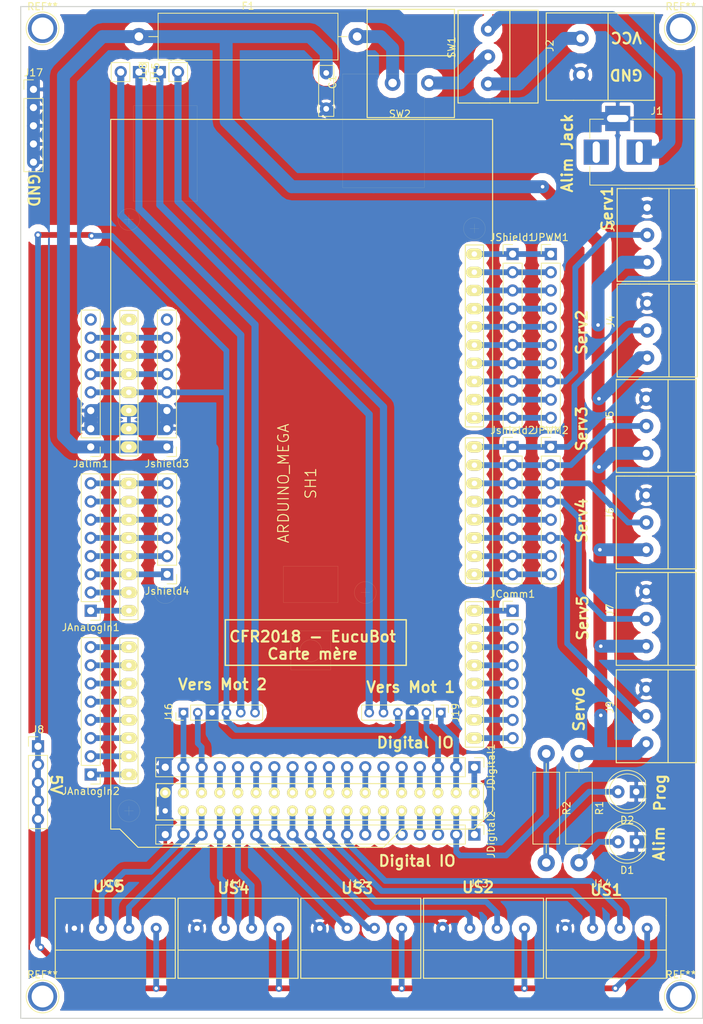
<source format=kicad_pcb>
(kicad_pcb (version 4) (host pcbnew 4.0.7)
  (layers (0 F.Cu signal) (31 B.Cu signal) (34 B.Paste user) (35 F.Paste user) (36 B.SilkS user) (37 F.SilkS user) (38 B.Mask user) (39 F.Mask user) (44 Edge.Cuts user))
  (net 0 "")
  (net 1 /GND)
  (net 2 "Net-(D1-Pad2)")
  (net 3 "Net-(J2-Pad2)")
  (net 4 "Net-(JAnalogIn1-Pad1)")
  (net 5 "Net-(JAnalogIn1-Pad2)")
  (net 6 "Net-(JAnalogIn1-Pad3)")
  (net 7 "Net-(JAnalogIn1-Pad4)")
  (net 8 "Net-(JAnalogIn1-Pad5)")
  (net 9 "Net-(JAnalogIn1-Pad6)")
  (net 10 "Net-(JAnalogIn1-Pad7)")
  (net 11 "Net-(JAnalogIn1-Pad8)")
  (net 12 "Net-(JAnalogIn2-Pad1)")
  (net 13 "Net-(JAnalogIn2-Pad2)")
  (net 14 "Net-(JAnalogIn2-Pad3)")
  (net 15 "Net-(JAnalogIn2-Pad4)")
  (net 16 "Net-(JAnalogIn2-Pad5)")
  (net 17 "Net-(JAnalogIn2-Pad6)")
  (net 18 "Net-(JAnalogIn2-Pad7)")
  (net 19 "Net-(JAnalogIn2-Pad8)")
  (net 20 "Net-(JComm1-Pad1)")
  (net 21 "Net-(JComm1-Pad2)")
  (net 22 "Net-(JComm1-Pad3)")
  (net 23 "Net-(JComm1-Pad4)")
  (net 24 "Net-(JComm1-Pad5)")
  (net 25 "Net-(JComm1-Pad6)")
  (net 26 "Net-(JComm1-Pad7)")
  (net 27 "Net-(JComm1-Pad8)")
  (net 28 /5V2)
  (net 29 /22)
  (net 30 /24)
  (net 31 /26)
  (net 32 /28)
  (net 33 /30)
  (net 34 /32)
  (net 35 /34)
  (net 36 /36)
  (net 37 "Net-(JDigital2-Pad1)")
  (net 38 /39)
  (net 39 /41)
  (net 40 /43)
  (net 41 /45)
  (net 42 /47)
  (net 43 /49)
  (net 44 /51)
  (net 45 /53)
  (net 46 "Net-(JPWM1-Pad1)")
  (net 47 "Net-(JPWM1-Pad2)")
  (net 48 "Net-(JPWM1-Pad3)")
  (net 49 "Net-(JPWM1-Pad4)")
  (net 50 "Net-(JPWM1-Pad5)")
  (net 51 "Net-(JPWM1-Pad6)")
  (net 52 "Net-(JPWM1-Pad7)")
  (net 53 "Net-(JPWM2-Pad5)")
  (net 54 "Net-(JPWM2-Pad7)")
  (net 55 "Net-(JPWM2-Pad8)")
  (net 56 /6V)
  (net 57 "Net-(F1-Pad2)")
  (net 58 /P1)
  (net 59 /P2)
  (net 60 /P3)
  (net 61 /P4)
  (net 62 /P5)
  (net 63 /P6)
  (net 64 /52)
  (net 65 /50)
  (net 66 /5V)
  (net 67 /48)
  (net 68 /46)
  (net 69 /44)
  (net 70 /42)
  (net 71 /40)
  (net 72 /38)
  (net 73 "Net-(Jalim1-Pad5)")
  (net 74 "Net-(Jalim1-Pad6)")
  (net 75 "Net-(Jalim1-Pad7)")
  (net 76 /23)
  (net 77 /25)
  (net 78 /27)
  (net 79 /29)
  (net 80 /31)
  (net 81 /33)
  (net 82 /35)
  (net 83 /37)
  (net 84 "Net-(JPWM1-Pad9)")
  (net 85 "Net-(JPWM1-Pad10)")
  (net 86 "Net-(J15-Pad1)")
  (net 87 "Net-(J15-Pad2)")
  (net 88 "Net-(J18-Pad1)")
  (net 89 "Net-(J18-Pad2)")
  (net 90 "Net-(J1-Pad2)")
  (net 91 "Net-(SW1-Pad2)")
  (net 92 "Net-(J1-Pad1)")
  (net 93 "Net-(Jalim1-Pad8)")
  (net 94 "Net-(Jshield3-Pad8)")
  (net 95 "Net-(SH1-PadNC)")
  (net 96 "Net-(D2-Pad2)")
  (module SHIELD_ARDUINO:ARDUINO_MEGA_2560_R3_CONTOUR_ELL (layer F.Cu) (at 81.407 95.504 270)
    (fp_text reference SH1 (at 0 -1.27 270) (layer F.SilkS) (effects (font (size 1.5 1.5))))
    (fp_text value ARDUINO_MEGA (at 0 2.54 270) (layer F.SilkS) (effects (font (size 1.5 1.5))))
    (pad NC thru_hole oval (at -22.86 24.1427 270) (size 1.5748 2.286) (drill 0.762) (layers *.Cu *.Mask F.SilkS) (net 95 "Net-(SH1-PadNC)"))
    (pad IREF thru_hole oval (at -20.32 24.1427 270) (size 1.5748 2.286) (drill 0.762) (layers *.Cu *.Mask F.SilkS) (net 75 "Net-(Jalim1-Pad7)"))
    (pad RST thru_hole oval (at -17.78 24.1427 270) (size 1.5748 2.286) (drill 0.762) (layers *.Cu *.Mask F.SilkS) (net 74 "Net-(Jalim1-Pad6)"))
    (pad 3V3 thru_hole oval (at -15.24 24.1427 270) (size 1.5748 2.286) (drill 0.762) (layers *.Cu *.Mask F.SilkS) (net 73 "Net-(Jalim1-Pad5)"))
    (pad 5V/1 thru_hole oval (at -12.7 24.1427 270) (size 1.5748 2.286) (drill 0.762) (layers *.Cu *.Mask F.SilkS) (net 66 /5V))
    (pad GND1 thru_hole oval (at -10.16 24.1427 270) (size 1.5748 2.286) (drill 0.762) (layers *.Cu *.Mask F.SilkS) (net 1 /GND))
    (pad GND2 thru_hole oval (at -7.62 24.1427 270) (size 1.5748 2.286) (drill 0.762) (layers *.Cu *.Mask F.SilkS) (net 1 /GND))
    (pad VIN thru_hole oval (at -5.08 24.1427 270) (size 1.5748 2.286) (drill 0.762) (layers *.Cu *.Mask F.SilkS) (net 56 /6V))
    (pad A0 thru_hole oval (at 0 24.1427 270) (size 1.5748 2.286) (drill 0.762) (layers *.Cu *.Mask F.SilkS) (net 11 "Net-(JAnalogIn1-Pad8)"))
    (pad GND4 thru_hole circle (at 43.18 19.0627 270) (size 1.524 1.524) (drill 0.762) (layers *.Cu *.Mask F.SilkS) (net 1 /GND))
    (pad GND5 thru_hole circle (at 45.72 19.0627 270) (size 1.524 1.524) (drill 0.762) (layers *.Cu *.Mask) (net 1 /GND))
    (pad 50 thru_hole circle (at 43.18 13.9827 270) (size 1.524 1.524) (drill 0.762) (layers *.Cu *.Mask F.SilkS) (net 65 /50))
    (pad 51 thru_hole circle (at 45.72 13.9827 270) (size 1.524 1.524) (drill 0.762) (layers *.Cu *.Mask F.SilkS) (net 44 /51))
    (pad 52 thru_hole circle (at 43.18 16.5227 270) (size 1.524 1.524) (drill 0.762) (layers *.Cu *.Mask F.SilkS) (net 64 /52))
    (pad 53 thru_hole circle (at 45.72 16.5227 270) (size 1.524 1.524) (drill 0.762) (layers *.Cu *.Mask F.SilkS) (net 45 /53))
    (pad 22 thru_hole circle (at 43.18 -21.5773 270) (size 1.524 1.524) (drill 0.762) (layers *.Cu *.Mask F.SilkS) (net 29 /22))
    (pad 23 thru_hole circle (at 45.72 -21.5773 270) (size 1.524 1.524) (drill 0.762) (layers *.Cu *.Mask F.SilkS) (net 76 /23))
    (pad 24 thru_hole circle (at 43.18 -19.0373 270) (size 1.524 1.524) (drill 0.762) (layers *.Cu *.Mask F.SilkS) (net 30 /24))
    (pad 25 thru_hole circle (at 45.72 -19.0373 270) (size 1.524 1.524) (drill 0.762) (layers *.Cu *.Mask F.SilkS) (net 77 /25))
    (pad 26 thru_hole circle (at 43.18 -16.4973 270) (size 1.524 1.524) (drill 0.762) (layers *.Cu *.Mask F.SilkS) (net 31 /26))
    (pad 27 thru_hole circle (at 45.72 -16.4973 270) (size 1.524 1.524) (drill 0.762) (layers *.Cu *.Mask F.SilkS) (net 78 /27))
    (pad 28 thru_hole circle (at 43.18 -13.9573 270) (size 1.524 1.524) (drill 0.762) (layers *.Cu *.Mask F.SilkS) (net 32 /28))
    (pad 29 thru_hole circle (at 45.72 -13.9573 270) (size 1.524 1.524) (drill 0.762) (layers *.Cu *.Mask F.SilkS) (net 79 /29))
    (pad 30 thru_hole circle (at 43.18 -11.4173 270) (size 1.524 1.524) (drill 0.762) (layers *.Cu *.Mask F.SilkS) (net 33 /30))
    (pad 31 thru_hole circle (at 45.72 -11.4173 270) (size 1.524 1.524) (drill 0.762) (layers *.Cu *.Mask F.SilkS) (net 80 /31))
    (pad 32 thru_hole circle (at 43.18 -8.8773 270) (size 1.524 1.524) (drill 0.762) (layers *.Cu *.Mask F.SilkS) (net 34 /32))
    (pad 33 thru_hole circle (at 45.72 -8.8773 270) (size 1.524 1.524) (drill 0.762) (layers *.Cu *.Mask F.SilkS) (net 81 /33))
    (pad 34 thru_hole circle (at 43.18 -6.3373 270) (size 1.524 1.524) (drill 0.762) (layers *.Cu *.Mask F.SilkS) (net 35 /34))
    (pad 35 thru_hole circle (at 45.72 -6.3373 270) (size 1.524 1.524) (drill 0.762) (layers *.Cu *.Mask F.SilkS) (net 82 /35))
    (pad 36 thru_hole circle (at 43.18 -3.7973 270) (size 1.524 1.524) (drill 0.762) (layers *.Cu *.Mask F.SilkS) (net 36 /36))
    (pad 37 thru_hole circle (at 45.72 -3.7973 270) (size 1.524 1.524) (drill 0.762) (layers *.Cu *.Mask F.SilkS) (net 83 /37))
    (pad 38 thru_hole circle (at 43.18 -1.2573 270) (size 1.524 1.524) (drill 0.762) (layers *.Cu *.Mask F.SilkS) (net 72 /38))
    (pad 39 thru_hole circle (at 45.72 -1.2573 270) (size 1.524 1.524) (drill 0.762) (layers *.Cu *.Mask F.SilkS) (net 38 /39))
    (pad 40 thru_hole circle (at 43.18 1.2827 270) (size 1.524 1.524) (drill 0.762) (layers *.Cu *.Mask F.SilkS) (net 71 /40))
    (pad 41 thru_hole circle (at 45.72 1.2827 270) (size 1.524 1.524) (drill 0.762) (layers *.Cu *.Mask F.SilkS) (net 39 /41))
    (pad 42 thru_hole circle (at 43.18 3.8227 270) (size 1.524 1.524) (drill 0.762) (layers *.Cu *.Mask F.SilkS) (net 70 /42))
    (pad 43 thru_hole circle (at 45.72 3.8227 270) (size 1.524 1.524) (drill 0.762) (layers *.Cu *.Mask F.SilkS) (net 40 /43))
    (pad 44 thru_hole circle (at 43.18 6.3627 270) (size 1.524 1.524) (drill 0.762) (layers *.Cu *.Mask F.SilkS) (net 69 /44))
    (pad 45 thru_hole circle (at 45.72 6.3627 270) (size 1.524 1.524) (drill 0.762) (layers *.Cu *.Mask F.SilkS) (net 41 /45))
    (pad 46 thru_hole circle (at 43.18 8.9027 270) (size 1.524 1.524) (drill 0.762) (layers *.Cu *.Mask F.SilkS) (net 68 /46))
    (pad 47 thru_hole circle (at 45.72 8.9027 270) (size 1.524 1.524) (drill 0.762) (layers *.Cu *.Mask F.SilkS) (net 42 /47))
    (pad 48 thru_hole circle (at 43.18 11.4427 270) (size 1.524 1.524) (drill 0.762) (layers *.Cu *.Mask F.SilkS) (net 67 /48))
    (pad 49 thru_hole circle (at 45.72 11.4427 270) (size 1.524 1.524) (drill 0.762) (layers *.Cu *.Mask F.SilkS) (net 43 /49))
    (pad 5V/2 thru_hole circle (at 43.18 -24.1173 270) (size 1.524 1.524) (drill 0.762) (layers *.Cu *.Mask F.SilkS) (net 28 /5V2))
    (pad 5V/3 thru_hole circle (at 45.72 -24.1173 270) (size 1.524 1.524) (drill 0.762) (layers *.Cu *.Mask F.SilkS) (net 37 "Net-(JDigital2-Pad1)"))
    (pad 21/1 thru_hole oval (at 35.56 -24.1173 270) (size 1.5748 2.286) (drill 0.762) (layers *.Cu *.Mask F.SilkS) (net 27 "Net-(JComm1-Pad8)"))
    (pad 20/1 thru_hole oval (at 33.02 -24.1173 270) (size 1.5748 2.286) (drill 0.762) (layers *.Cu *.Mask F.SilkS) (net 26 "Net-(JComm1-Pad7)"))
    (pad 0 thru_hole oval (at 12.7 -24.1173 270) (size 1.5748 2.286) (drill 0.762) (layers *.Cu *.Mask F.SilkS) (net 55 "Net-(JPWM2-Pad8)"))
    (pad GND3 thru_hole oval (at -24.384 -24.1173 270) (size 1.5748 2.286) (drill 0.762) (layers *.Cu *.Mask F.SilkS) (net 49 "Net-(JPWM1-Pad4)"))
    (pad AREF thru_hole oval (at -26.924 -24.1173 270) (size 1.5748 2.286) (drill 0.762) (layers *.Cu *.Mask F.SilkS) (net 48 "Net-(JPWM1-Pad3)"))
    (pad 20/2 thru_hole oval (at -29.464 -24.1173 270) (size 1.5748 2.286) (drill 0.762) (layers *.Cu *.Mask F.SilkS) (net 47 "Net-(JPWM1-Pad2)"))
    (pad 21/2 thru_hole oval (at -32.004 -24.1173 270) (size 1.5748 2.286) (drill 0.762) (layers *.Cu *.Mask F.SilkS) (net 46 "Net-(JPWM1-Pad1)"))
    (pad A1 thru_hole oval (at 2.54 24.13 270) (size 1.5748 2.286) (drill 0.762) (layers *.Cu *.Mask F.SilkS) (net 10 "Net-(JAnalogIn1-Pad7)"))
    (pad A2 thru_hole oval (at 5.08 24.13 270) (size 1.5748 2.286) (drill 0.762) (layers *.Cu *.Mask F.SilkS) (net 9 "Net-(JAnalogIn1-Pad6)"))
    (pad A3 thru_hole oval (at 7.62 24.13 270) (size 1.5748 2.286) (drill 0.762) (layers *.Cu *.Mask F.SilkS) (net 8 "Net-(JAnalogIn1-Pad5)"))
    (pad A4 thru_hole oval (at 10.16 24.13 270) (size 1.5748 2.286) (drill 0.762) (layers *.Cu *.Mask F.SilkS) (net 7 "Net-(JAnalogIn1-Pad4)"))
    (pad A5 thru_hole oval (at 12.7 24.13 270) (size 1.5748 2.286) (drill 0.762) (layers *.Cu *.Mask F.SilkS) (net 6 "Net-(JAnalogIn1-Pad3)"))
    (pad A6 thru_hole oval (at 15.24 24.13 270) (size 1.5748 2.286) (drill 0.762) (layers *.Cu *.Mask F.SilkS) (net 5 "Net-(JAnalogIn1-Pad2)"))
    (pad A7 thru_hole oval (at 17.78 24.13 270) (size 1.5748 2.286) (drill 0.762) (layers *.Cu *.Mask F.SilkS) (net 4 "Net-(JAnalogIn1-Pad1)"))
    (pad A8 thru_hole oval (at 22.86 24.13 270) (size 1.5748 2.286) (drill 0.762) (layers *.Cu *.Mask F.SilkS) (net 19 "Net-(JAnalogIn2-Pad8)"))
    (pad A9 thru_hole oval (at 25.4 24.13 270) (size 1.5748 2.286) (drill 0.762) (layers *.Cu *.Mask F.SilkS) (net 18 "Net-(JAnalogIn2-Pad7)"))
    (pad A10 thru_hole oval (at 27.94 24.13 270) (size 1.5748 2.286) (drill 0.762) (layers *.Cu *.Mask F.SilkS) (net 17 "Net-(JAnalogIn2-Pad6)"))
    (pad A11 thru_hole oval (at 30.48 24.13 270) (size 1.5748 2.286) (drill 0.762) (layers *.Cu *.Mask F.SilkS) (net 16 "Net-(JAnalogIn2-Pad5)"))
    (pad A12 thru_hole oval (at 33.02 24.13 270) (size 1.5748 2.286) (drill 0.762) (layers *.Cu *.Mask F.SilkS) (net 15 "Net-(JAnalogIn2-Pad4)"))
    (pad A13 thru_hole oval (at 35.56 24.13 270) (size 1.5748 2.286) (drill 0.762) (layers *.Cu *.Mask F.SilkS) (net 14 "Net-(JAnalogIn2-Pad3)"))
    (pad A14 thru_hole oval (at 38.1 24.13 270) (size 1.5748 2.286) (drill 0.762) (layers *.Cu *.Mask F.SilkS) (net 13 "Net-(JAnalogIn2-Pad2)"))
    (pad A15 thru_hole oval (at 40.64 24.13 270) (size 1.5748 2.286) (drill 0.762) (layers *.Cu *.Mask F.SilkS) (net 12 "Net-(JAnalogIn2-Pad1)"))
    (pad 1 thru_hole oval (at 10.16 -24.13 270) (size 1.5748 2.286) (drill 0.762) (layers *.Cu *.Mask F.SilkS) (net 54 "Net-(JPWM2-Pad7)"))
    (pad 2 thru_hole oval (at 7.62 -24.13 270) (size 1.5748 2.286) (drill 0.762) (layers *.Cu *.Mask F.SilkS) (net 63 /P6))
    (pad 3 thru_hole oval (at 5.08 -24.13 270) (size 1.5748 2.286) (drill 0.762) (layers *.Cu *.Mask F.SilkS) (net 53 "Net-(JPWM2-Pad5)"))
    (pad 4 thru_hole oval (at 2.54 -24.13 270) (size 1.5748 2.286) (drill 0.762) (layers *.Cu *.Mask F.SilkS) (net 62 /P5))
    (pad 5 thru_hole oval (at 0 -24.13 270) (size 1.5748 2.286) (drill 0.762) (layers *.Cu *.Mask F.SilkS) (net 61 /P4))
    (pad 6 thru_hole oval (at -2.54 -24.13 270) (size 1.5748 2.286) (drill 0.762) (layers *.Cu *.Mask F.SilkS) (net 60 /P3))
    (pad 7 thru_hole oval (at -5.08 -24.13 270) (size 1.5748 2.286) (drill 0.762) (layers *.Cu *.Mask F.SilkS) (net 59 /P2))
    (pad 8 thru_hole oval (at -9.144 -24.13 270) (size 1.5748 2.286) (drill 0.762) (layers *.Cu *.Mask F.SilkS) (net 85 "Net-(JPWM1-Pad10)"))
    (pad 9 thru_hole oval (at -11.684 -24.13 270) (size 1.5748 2.286) (drill 0.762) (layers *.Cu *.Mask F.SilkS) (net 84 "Net-(JPWM1-Pad9)"))
    (pad 10 thru_hole oval (at -14.224 -24.13 270) (size 1.5748 2.286) (drill 0.762) (layers *.Cu *.Mask F.SilkS) (net 58 /P1))
    (pad 11 thru_hole oval (at -16.764 -24.13 270) (size 1.5748 2.286) (drill 0.762) (layers *.Cu *.Mask F.SilkS) (net 52 "Net-(JPWM1-Pad7)"))
    (pad 12 thru_hole oval (at -19.304 -24.13 270) (size 1.5748 2.286) (drill 0.762) (layers *.Cu *.Mask F.SilkS) (net 51 "Net-(JPWM1-Pad6)"))
    (pad 13 thru_hole oval (at -21.844 -24.13 270) (size 1.5748 2.286) (drill 0.762) (layers *.Cu *.Mask F.SilkS) (net 50 "Net-(JPWM1-Pad5)"))
    (pad 14 thru_hole oval (at 17.78 -24.13 270) (size 1.5748 2.286) (drill 0.762) (layers *.Cu *.Mask F.SilkS) (net 20 "Net-(JComm1-Pad1)"))
    (pad 15 thru_hole oval (at 20.32 -24.13 270) (size 1.5748 2.286) (drill 0.762) (layers *.Cu *.Mask F.SilkS) (net 21 "Net-(JComm1-Pad2)"))
    (pad 16 thru_hole oval (at 22.86 -24.13 270) (size 1.5748 2.286) (drill 0.762) (layers *.Cu *.Mask F.SilkS) (net 22 "Net-(JComm1-Pad3)"))
    (pad 17 thru_hole oval (at 25.4 -24.13 270) (size 1.5748 2.286) (drill 0.762) (layers *.Cu *.Mask F.SilkS) (net 23 "Net-(JComm1-Pad4)"))
    (pad 18 thru_hole oval (at 27.94 -24.13 270) (size 1.5748 2.286) (drill 0.762) (layers *.Cu *.Mask F.SilkS) (net 24 "Net-(JComm1-Pad5)"))
    (pad 19 thru_hole oval (at 30.48 -24.13 270) (size 1.5748 2.286) (drill 0.762) (layers *.Cu *.Mask F.SilkS) (net 25 "Net-(JComm1-Pad6)"))
  )
  (module Pin_Headers:Pin_Header_Straight_1x05_Pitch2.54mm (layer F.Cu) (at 44.577 132.207)
    (fp_text reference J8 (at 0 -2.33) (layer F.SilkS))
    (fp_text value Conn_01x05)
    (pad 1 thru_hole rect (at 0 0) (size 1.7 1.7) (drill 1) (layers *.Cu *.Mask) (net 66 /5V))
    (pad 2 thru_hole oval (at 0 2.54) (size 1.7 1.7) (drill 1) (layers *.Cu *.Mask) (net 66 /5V))
    (pad 3 thru_hole oval (at 0 5.08) (size 1.7 1.7) (drill 1) (layers *.Cu *.Mask) (net 66 /5V))
    (pad 4 thru_hole oval (at 0 7.62) (size 1.7 1.7) (drill 1) (layers *.Cu *.Mask) (net 66 /5V))
    (pad 5 thru_hole oval (at 0 10.16) (size 1.7 1.7) (drill 1) (layers *.Cu *.Mask) (net 66 /5V))
  )
  (module Resistors_THT:R_Axial_DIN0411_L9.9mm_D3.6mm_P15.24mm_Horizontal (layer F.Cu) (at 120.142 133.223 270)
    (fp_text reference R1 (at 7.62 -2.86 270) (layer F.SilkS))
    (fp_text value 820)
    (pad 1 thru_hole circle (at 0 0 270) (size 2.4 2.4) (drill 1.2) (layers *.Cu *.Mask) (net 56 /6V))
    (pad 2 thru_hole oval (at 15.24 0 270) (size 2.4 2.4) (drill 1.2) (layers *.Cu *.Mask) (net 2 "Net-(D1-Pad2)"))
  )
  (module Connectors:BARREL_JACK (layer F.Cu) (at 122.555 49.276 180)
    (fp_text reference J1 (at -8.45 5.75 360) (layer F.SilkS))
    (fp_text value 6V_secteur)
    (pad 1 thru_hole rect (at 0 0 180) (size 3.5 3.5) (drill oval 1 3) (layers *.Cu *.Mask) (net 92 "Net-(J1-Pad1)"))
    (pad 2 thru_hole rect (at -6 0 180) (size 3.5 3.5) (drill oval 1 3) (layers *.Cu *.Mask) (net 90 "Net-(J1-Pad2)"))
    (pad 3 thru_hole rect (at -3 4.7 180) (size 3.5 3.5) (drill oval 3 1) (layers *.Cu *.Mask) (net 1 /GND))
  )
  (module Socket_Strips:Socket_Strip_Straight_1x08_Pitch2.54mm (layer F.Cu) (at 51.943 113.284 180)
    (fp_text reference JAnalogIn1 (at 0 -2.33 180) (layer F.SilkS))
    (fp_text value Conn_01x08)
    (pad 1 thru_hole rect (at 0 0 180) (size 1.7 1.7) (drill 1) (layers *.Cu *.Mask) (net 4 "Net-(JAnalogIn1-Pad1)"))
    (pad 2 thru_hole oval (at 0 2.54 180) (size 1.7 1.7) (drill 1) (layers *.Cu *.Mask) (net 5 "Net-(JAnalogIn1-Pad2)"))
    (pad 3 thru_hole oval (at 0 5.08 180) (size 1.7 1.7) (drill 1) (layers *.Cu *.Mask) (net 6 "Net-(JAnalogIn1-Pad3)"))
    (pad 4 thru_hole oval (at 0 7.62 180) (size 1.7 1.7) (drill 1) (layers *.Cu *.Mask) (net 7 "Net-(JAnalogIn1-Pad4)"))
    (pad 5 thru_hole oval (at 0 10.16 180) (size 1.7 1.7) (drill 1) (layers *.Cu *.Mask) (net 8 "Net-(JAnalogIn1-Pad5)"))
    (pad 6 thru_hole oval (at 0 12.7 180) (size 1.7 1.7) (drill 1) (layers *.Cu *.Mask) (net 9 "Net-(JAnalogIn1-Pad6)"))
    (pad 7 thru_hole oval (at 0 15.24 180) (size 1.7 1.7) (drill 1) (layers *.Cu *.Mask) (net 10 "Net-(JAnalogIn1-Pad7)"))
    (pad 8 thru_hole oval (at 0 17.78 180) (size 1.7 1.7) (drill 1) (layers *.Cu *.Mask) (net 11 "Net-(JAnalogIn1-Pad8)"))
  )
  (module Socket_Strips:Socket_Strip_Straight_1x08_Pitch2.54mm (layer F.Cu) (at 51.943 136.144 180)
    (fp_text reference JAnalogIn2 (at 0 -2.33 180) (layer F.SilkS))
    (fp_text value Conn_01x08)
    (pad 1 thru_hole rect (at 0 0 180) (size 1.7 1.7) (drill 1) (layers *.Cu *.Mask) (net 12 "Net-(JAnalogIn2-Pad1)"))
    (pad 2 thru_hole oval (at 0 2.54 180) (size 1.7 1.7) (drill 1) (layers *.Cu *.Mask) (net 13 "Net-(JAnalogIn2-Pad2)"))
    (pad 3 thru_hole oval (at 0 5.08 180) (size 1.7 1.7) (drill 1) (layers *.Cu *.Mask) (net 14 "Net-(JAnalogIn2-Pad3)"))
    (pad 4 thru_hole oval (at 0 7.62 180) (size 1.7 1.7) (drill 1) (layers *.Cu *.Mask) (net 15 "Net-(JAnalogIn2-Pad4)"))
    (pad 5 thru_hole oval (at 0 10.16 180) (size 1.7 1.7) (drill 1) (layers *.Cu *.Mask) (net 16 "Net-(JAnalogIn2-Pad5)"))
    (pad 6 thru_hole oval (at 0 12.7 180) (size 1.7 1.7) (drill 1) (layers *.Cu *.Mask) (net 17 "Net-(JAnalogIn2-Pad6)"))
    (pad 7 thru_hole oval (at 0 15.24 180) (size 1.7 1.7) (drill 1) (layers *.Cu *.Mask) (net 18 "Net-(JAnalogIn2-Pad7)"))
    (pad 8 thru_hole oval (at 0 17.78 180) (size 1.7 1.7) (drill 1) (layers *.Cu *.Mask) (net 19 "Net-(JAnalogIn2-Pad8)"))
  )
  (module Socket_Strips:Socket_Strip_Straight_1x08_Pitch2.54mm (layer F.Cu) (at 110.871 113.284)
    (fp_text reference JComm1 (at 0 -2.33) (layer F.SilkS))
    (fp_text value Conn_01x08)
    (pad 1 thru_hole rect (at 0 0) (size 1.7 1.7) (drill 1) (layers *.Cu *.Mask) (net 20 "Net-(JComm1-Pad1)"))
    (pad 2 thru_hole oval (at 0 2.54) (size 1.7 1.7) (drill 1) (layers *.Cu *.Mask) (net 21 "Net-(JComm1-Pad2)"))
    (pad 3 thru_hole oval (at 0 5.08) (size 1.7 1.7) (drill 1) (layers *.Cu *.Mask) (net 22 "Net-(JComm1-Pad3)"))
    (pad 4 thru_hole oval (at 0 7.62) (size 1.7 1.7) (drill 1) (layers *.Cu *.Mask) (net 23 "Net-(JComm1-Pad4)"))
    (pad 5 thru_hole oval (at 0 10.16) (size 1.7 1.7) (drill 1) (layers *.Cu *.Mask) (net 24 "Net-(JComm1-Pad5)"))
    (pad 6 thru_hole oval (at 0 12.7) (size 1.7 1.7) (drill 1) (layers *.Cu *.Mask) (net 25 "Net-(JComm1-Pad6)"))
    (pad 7 thru_hole oval (at 0 15.24) (size 1.7 1.7) (drill 1) (layers *.Cu *.Mask) (net 26 "Net-(JComm1-Pad7)"))
    (pad 8 thru_hole oval (at 0 17.78) (size 1.7 1.7) (drill 1) (layers *.Cu *.Mask) (net 27 "Net-(JComm1-Pad8)"))
  )
  (module Socket_Strips:Socket_Strip_Straight_1x18_Pitch2.54mm (layer F.Cu) (at 105.537 135.128 270)
    (fp_text reference JDigital1 (at 0 -2.33 270) (layer F.SilkS))
    (fp_text value Conn_01x18)
    (pad 1 thru_hole rect (at 0 0 270) (size 1.7 1.7) (drill 1) (layers *.Cu *.Mask) (net 28 /5V2))
    (pad 2 thru_hole oval (at 0 2.54 270) (size 1.7 1.7) (drill 1) (layers *.Cu *.Mask) (net 29 /22))
    (pad 3 thru_hole oval (at 0 5.08 270) (size 1.7 1.7) (drill 1) (layers *.Cu *.Mask) (net 30 /24))
    (pad 4 thru_hole oval (at 0 7.62 270) (size 1.7 1.7) (drill 1) (layers *.Cu *.Mask) (net 31 /26))
    (pad 5 thru_hole oval (at 0 10.16 270) (size 1.7 1.7) (drill 1) (layers *.Cu *.Mask) (net 32 /28))
    (pad 6 thru_hole oval (at 0 12.7 270) (size 1.7 1.7) (drill 1) (layers *.Cu *.Mask) (net 33 /30))
    (pad 7 thru_hole oval (at 0 15.24 270) (size 1.7 1.7) (drill 1) (layers *.Cu *.Mask) (net 34 /32))
    (pad 8 thru_hole oval (at 0 17.78 270) (size 1.7 1.7) (drill 1) (layers *.Cu *.Mask) (net 35 /34))
    (pad 9 thru_hole oval (at 0 20.32 270) (size 1.7 1.7) (drill 1) (layers *.Cu *.Mask) (net 36 /36))
    (pad 10 thru_hole oval (at 0 22.86 270) (size 1.7 1.7) (drill 1) (layers *.Cu *.Mask) (net 72 /38))
    (pad 11 thru_hole oval (at 0 25.4 270) (size 1.7 1.7) (drill 1) (layers *.Cu *.Mask) (net 71 /40))
    (pad 12 thru_hole oval (at 0 27.94 270) (size 1.7 1.7) (drill 1) (layers *.Cu *.Mask) (net 70 /42))
    (pad 13 thru_hole oval (at 0 30.48 270) (size 1.7 1.7) (drill 1) (layers *.Cu *.Mask) (net 69 /44))
    (pad 14 thru_hole oval (at 0 33.02 270) (size 1.7 1.7) (drill 1) (layers *.Cu *.Mask) (net 68 /46))
    (pad 15 thru_hole oval (at 0 35.56 270) (size 1.7 1.7) (drill 1) (layers *.Cu *.Mask) (net 67 /48))
    (pad 16 thru_hole oval (at 0 38.1 270) (size 1.7 1.7) (drill 1) (layers *.Cu *.Mask) (net 65 /50))
    (pad 17 thru_hole oval (at 0 40.64 270) (size 1.7 1.7) (drill 1) (layers *.Cu *.Mask) (net 64 /52))
    (pad 18 thru_hole oval (at 0 43.18 270) (size 1.7 1.7) (drill 1) (layers *.Cu *.Mask) (net 1 /GND))
  )
  (module Socket_Strips:Socket_Strip_Straight_1x18_Pitch2.54mm (layer F.Cu) (at 105.537 144.526 270)
    (fp_text reference JDigital2 (at 0 -2.33 270) (layer F.SilkS))
    (fp_text value Conn_01x18)
    (pad 1 thru_hole rect (at 0 0 270) (size 1.7 1.7) (drill 1) (layers *.Cu *.Mask) (net 37 "Net-(JDigital2-Pad1)"))
    (pad 2 thru_hole oval (at 0 2.54 270) (size 1.7 1.7) (drill 1) (layers *.Cu *.Mask) (net 76 /23))
    (pad 3 thru_hole oval (at 0 5.08 270) (size 1.7 1.7) (drill 1) (layers *.Cu *.Mask) (net 77 /25))
    (pad 4 thru_hole oval (at 0 7.62 270) (size 1.7 1.7) (drill 1) (layers *.Cu *.Mask) (net 78 /27))
    (pad 5 thru_hole oval (at 0 10.16 270) (size 1.7 1.7) (drill 1) (layers *.Cu *.Mask) (net 79 /29))
    (pad 6 thru_hole oval (at 0 12.7 270) (size 1.7 1.7) (drill 1) (layers *.Cu *.Mask) (net 80 /31))
    (pad 7 thru_hole oval (at 0 15.24 270) (size 1.7 1.7) (drill 1) (layers *.Cu *.Mask) (net 81 /33))
    (pad 8 thru_hole oval (at 0 17.78 270) (size 1.7 1.7) (drill 1) (layers *.Cu *.Mask) (net 82 /35))
    (pad 9 thru_hole oval (at 0 20.32 270) (size 1.7 1.7) (drill 1) (layers *.Cu *.Mask) (net 83 /37))
    (pad 10 thru_hole oval (at 0 22.86 270) (size 1.7 1.7) (drill 1) (layers *.Cu *.Mask) (net 38 /39))
    (pad 11 thru_hole oval (at 0 25.4 270) (size 1.7 1.7) (drill 1) (layers *.Cu *.Mask) (net 39 /41))
    (pad 12 thru_hole oval (at 0 27.94 270) (size 1.7 1.7) (drill 1) (layers *.Cu *.Mask) (net 40 /43))
    (pad 13 thru_hole oval (at 0 30.48 270) (size 1.7 1.7) (drill 1) (layers *.Cu *.Mask) (net 41 /45))
    (pad 14 thru_hole oval (at 0 33.02 270) (size 1.7 1.7) (drill 1) (layers *.Cu *.Mask) (net 42 /47))
    (pad 15 thru_hole oval (at 0 35.56 270) (size 1.7 1.7) (drill 1) (layers *.Cu *.Mask) (net 43 /49))
    (pad 16 thru_hole oval (at 0 38.1 270) (size 1.7 1.7) (drill 1) (layers *.Cu *.Mask) (net 44 /51))
    (pad 17 thru_hole oval (at 0 40.64 270) (size 1.7 1.7) (drill 1) (layers *.Cu *.Mask) (net 45 /53))
    (pad 18 thru_hole oval (at 0 43.18 270) (size 1.7 1.7) (drill 1) (layers *.Cu *.Mask) (net 1 /GND))
  )
  (module Socket_Strips:Socket_Strip_Straight_1x08_Pitch2.54mm (layer F.Cu) (at 116.205 90.424)
    (fp_text reference JPWM2 (at 0 -2.33) (layer F.SilkS))
    (fp_text value Conn_01x08)
    (pad 1 thru_hole rect (at 0 0) (size 1.7 1.7) (drill 1) (layers *.Cu *.Mask) (net 59 /P2))
    (pad 2 thru_hole oval (at 0 2.54) (size 1.7 1.7) (drill 1) (layers *.Cu *.Mask) (net 60 /P3))
    (pad 3 thru_hole oval (at 0 5.08) (size 1.7 1.7) (drill 1) (layers *.Cu *.Mask) (net 61 /P4))
    (pad 4 thru_hole oval (at 0 7.62) (size 1.7 1.7) (drill 1) (layers *.Cu *.Mask) (net 62 /P5))
    (pad 5 thru_hole oval (at 0 10.16) (size 1.7 1.7) (drill 1) (layers *.Cu *.Mask) (net 53 "Net-(JPWM2-Pad5)"))
    (pad 6 thru_hole oval (at 0 12.7) (size 1.7 1.7) (drill 1) (layers *.Cu *.Mask) (net 63 /P6))
    (pad 7 thru_hole oval (at 0 15.24) (size 1.7 1.7) (drill 1) (layers *.Cu *.Mask) (net 54 "Net-(JPWM2-Pad7)"))
    (pad 8 thru_hole oval (at 0 17.78) (size 1.7 1.7) (drill 1) (layers *.Cu *.Mask) (net 55 "Net-(JPWM2-Pad8)"))
  )
  (module Resistors_THT:R_Axial_Power_L25.0mm_W6.4mm_P30.48mm (layer F.Cu) (at 58.674 33.147)
    (fp_text reference F1 (at 15.24 -4.26) (layer F.SilkS))
    (fp_text value Fuse)
    (pad 1 thru_hole circle (at 0 0) (size 2.4 2.4) (drill 1.2) (layers *.Cu *.Mask) (net 56 /6V))
    (pad 2 thru_hole oval (at 30.48 0) (size 2.4 2.4) (drill 1.2) (layers *.Cu *.Mask) (net 57 "Net-(F1-Pad2)"))
  )
  (module Pin_Headers:Pin_Header_Straight_1x08_Pitch2.54mm (layer F.Cu) (at 51.943 90.424 180)
    (fp_text reference Jalim1 (at 0 -2.33 180) (layer F.SilkS))
    (fp_text value Conn_01x08)
    (pad 1 thru_hole rect (at 0 0 180) (size 1.7 1.7) (drill 1) (layers *.Cu *.Mask) (net 56 /6V))
    (pad 2 thru_hole oval (at 0 2.54 180) (size 1.7 1.7) (drill 1) (layers *.Cu *.Mask) (net 1 /GND))
    (pad 3 thru_hole oval (at 0 5.08 180) (size 1.7 1.7) (drill 1) (layers *.Cu *.Mask) (net 1 /GND))
    (pad 4 thru_hole oval (at 0 7.62 180) (size 1.7 1.7) (drill 1) (layers *.Cu *.Mask) (net 66 /5V))
    (pad 5 thru_hole oval (at 0 10.16 180) (size 1.7 1.7) (drill 1) (layers *.Cu *.Mask) (net 73 "Net-(Jalim1-Pad5)"))
    (pad 6 thru_hole oval (at 0 12.7 180) (size 1.7 1.7) (drill 1) (layers *.Cu *.Mask) (net 74 "Net-(Jalim1-Pad6)"))
    (pad 7 thru_hole oval (at 0 15.24 180) (size 1.7 1.7) (drill 1) (layers *.Cu *.Mask) (net 75 "Net-(Jalim1-Pad7)"))
    (pad 8 thru_hole oval (at 0 17.78 180) (size 1.7 1.7) (drill 1) (layers *.Cu *.Mask) (net 93 "Net-(Jalim1-Pad8)"))
  )
  (module Socket_Strips:Socket_Strip_Straight_1x10_Pitch2.54mm (layer F.Cu) (at 116.205 63.5)
    (fp_text reference JPWM1 (at 0 -2.33) (layer F.SilkS))
    (fp_text value Conn_01x10)
    (pad 1 thru_hole rect (at 0 0) (size 1.7 1.7) (drill 1) (layers *.Cu *.Mask) (net 46 "Net-(JPWM1-Pad1)"))
    (pad 2 thru_hole oval (at 0 2.54) (size 1.7 1.7) (drill 1) (layers *.Cu *.Mask) (net 47 "Net-(JPWM1-Pad2)"))
    (pad 3 thru_hole oval (at 0 5.08) (size 1.7 1.7) (drill 1) (layers *.Cu *.Mask) (net 48 "Net-(JPWM1-Pad3)"))
    (pad 4 thru_hole oval (at 0 7.62) (size 1.7 1.7) (drill 1) (layers *.Cu *.Mask) (net 49 "Net-(JPWM1-Pad4)"))
    (pad 5 thru_hole oval (at 0 10.16) (size 1.7 1.7) (drill 1) (layers *.Cu *.Mask) (net 50 "Net-(JPWM1-Pad5)"))
    (pad 6 thru_hole oval (at 0 12.7) (size 1.7 1.7) (drill 1) (layers *.Cu *.Mask) (net 51 "Net-(JPWM1-Pad6)"))
    (pad 7 thru_hole oval (at 0 15.24) (size 1.7 1.7) (drill 1) (layers *.Cu *.Mask) (net 52 "Net-(JPWM1-Pad7)"))
    (pad 8 thru_hole oval (at 0 17.78) (size 1.7 1.7) (drill 1) (layers *.Cu *.Mask) (net 58 /P1))
    (pad 9 thru_hole oval (at 0 20.32) (size 1.7 1.7) (drill 1) (layers *.Cu *.Mask) (net 84 "Net-(JPWM1-Pad9)"))
    (pad 10 thru_hole oval (at 0 22.86) (size 1.7 1.7) (drill 1) (layers *.Cu *.Mask) (net 85 "Net-(JPWM1-Pad10)"))
  )
  (module Socket_Strips:Socket_Strip_Straight_1x10_Pitch2.54mm (layer F.Cu) (at 110.871 63.5)
    (fp_text reference JShield1 (at 0 -2.33) (layer F.SilkS))
    (fp_text value Conn_01x10)
    (pad 1 thru_hole rect (at 0 0) (size 1.7 1.7) (drill 1) (layers *.Cu *.Mask) (net 46 "Net-(JPWM1-Pad1)"))
    (pad 2 thru_hole oval (at 0 2.54) (size 1.7 1.7) (drill 1) (layers *.Cu *.Mask) (net 47 "Net-(JPWM1-Pad2)"))
    (pad 3 thru_hole oval (at 0 5.08) (size 1.7 1.7) (drill 1) (layers *.Cu *.Mask) (net 48 "Net-(JPWM1-Pad3)"))
    (pad 4 thru_hole oval (at 0 7.62) (size 1.7 1.7) (drill 1) (layers *.Cu *.Mask) (net 49 "Net-(JPWM1-Pad4)"))
    (pad 5 thru_hole oval (at 0 10.16) (size 1.7 1.7) (drill 1) (layers *.Cu *.Mask) (net 50 "Net-(JPWM1-Pad5)"))
    (pad 6 thru_hole oval (at 0 12.7) (size 1.7 1.7) (drill 1) (layers *.Cu *.Mask) (net 51 "Net-(JPWM1-Pad6)"))
    (pad 7 thru_hole oval (at 0 15.24) (size 1.7 1.7) (drill 1) (layers *.Cu *.Mask) (net 52 "Net-(JPWM1-Pad7)"))
    (pad 8 thru_hole oval (at 0 17.78) (size 1.7 1.7) (drill 1) (layers *.Cu *.Mask) (net 58 /P1))
    (pad 9 thru_hole oval (at 0 20.32) (size 1.7 1.7) (drill 1) (layers *.Cu *.Mask) (net 84 "Net-(JPWM1-Pad9)"))
    (pad 10 thru_hole oval (at 0 22.86) (size 1.7 1.7) (drill 1) (layers *.Cu *.Mask) (net 85 "Net-(JPWM1-Pad10)"))
  )
  (module Socket_Strips:Socket_Strip_Straight_1x08_Pitch2.54mm (layer F.Cu) (at 110.871 90.424)
    (fp_text reference Jshield2 (at 0 -2.33) (layer F.SilkS))
    (fp_text value Conn_01x08)
    (pad 1 thru_hole rect (at 0 0) (size 1.7 1.7) (drill 1) (layers *.Cu *.Mask) (net 59 /P2))
    (pad 2 thru_hole oval (at 0 2.54) (size 1.7 1.7) (drill 1) (layers *.Cu *.Mask) (net 60 /P3))
    (pad 3 thru_hole oval (at 0 5.08) (size 1.7 1.7) (drill 1) (layers *.Cu *.Mask) (net 61 /P4))
    (pad 4 thru_hole oval (at 0 7.62) (size 1.7 1.7) (drill 1) (layers *.Cu *.Mask) (net 62 /P5))
    (pad 5 thru_hole oval (at 0 10.16) (size 1.7 1.7) (drill 1) (layers *.Cu *.Mask) (net 53 "Net-(JPWM2-Pad5)"))
    (pad 6 thru_hole oval (at 0 12.7) (size 1.7 1.7) (drill 1) (layers *.Cu *.Mask) (net 63 /P6))
    (pad 7 thru_hole oval (at 0 15.24) (size 1.7 1.7) (drill 1) (layers *.Cu *.Mask) (net 54 "Net-(JPWM2-Pad7)"))
    (pad 8 thru_hole oval (at 0 17.78) (size 1.7 1.7) (drill 1) (layers *.Cu *.Mask) (net 55 "Net-(JPWM2-Pad8)"))
  )
  (module Socket_Strips:Socket_Strip_Straight_1x08_Pitch2.54mm (layer F.Cu) (at 62.5856 90.424 180)
    (fp_text reference Jshield3 (at 0 -2.33 180) (layer F.SilkS))
    (fp_text value Conn_01x08)
    (pad 1 thru_hole rect (at 0 0 180) (size 1.7 1.7) (drill 1) (layers *.Cu *.Mask) (net 56 /6V))
    (pad 2 thru_hole oval (at 0 2.54 180) (size 1.7 1.7) (drill 1) (layers *.Cu *.Mask) (net 1 /GND))
    (pad 3 thru_hole oval (at 0 5.08 180) (size 1.7 1.7) (drill 1) (layers *.Cu *.Mask) (net 1 /GND))
    (pad 4 thru_hole oval (at 0 7.62 180) (size 1.7 1.7) (drill 1) (layers *.Cu *.Mask) (net 66 /5V))
    (pad 5 thru_hole oval (at 0 10.16 180) (size 1.7 1.7) (drill 1) (layers *.Cu *.Mask) (net 73 "Net-(Jalim1-Pad5)"))
    (pad 6 thru_hole oval (at 0 12.7 180) (size 1.7 1.7) (drill 1) (layers *.Cu *.Mask) (net 74 "Net-(Jalim1-Pad6)"))
    (pad 7 thru_hole oval (at 0 15.24 180) (size 1.7 1.7) (drill 1) (layers *.Cu *.Mask) (net 75 "Net-(Jalim1-Pad7)"))
    (pad 8 thru_hole oval (at 0 17.78 180) (size 1.7 1.7) (drill 1) (layers *.Cu *.Mask) (net 94 "Net-(Jshield3-Pad8)"))
  )
  (module Socket_Strips:Socket_Strip_Straight_1x06_Pitch2.54mm (layer F.Cu) (at 62.611 108.204 180)
    (fp_text reference Jshield4 (at 0 -2.33 180) (layer F.SilkS))
    (fp_text value Conn_01x06)
    (pad 1 thru_hole rect (at 0 0 180) (size 1.7 1.7) (drill 1) (layers *.Cu *.Mask) (net 6 "Net-(JAnalogIn1-Pad3)"))
    (pad 2 thru_hole oval (at 0 2.54 180) (size 1.7 1.7) (drill 1) (layers *.Cu *.Mask) (net 7 "Net-(JAnalogIn1-Pad4)"))
    (pad 3 thru_hole oval (at 0 5.08 180) (size 1.7 1.7) (drill 1) (layers *.Cu *.Mask) (net 8 "Net-(JAnalogIn1-Pad5)"))
    (pad 4 thru_hole oval (at 0 7.62 180) (size 1.7 1.7) (drill 1) (layers *.Cu *.Mask) (net 9 "Net-(JAnalogIn1-Pad6)"))
    (pad 5 thru_hole oval (at 0 10.16 180) (size 1.7 1.7) (drill 1) (layers *.Cu *.Mask) (net 10 "Net-(JAnalogIn1-Pad7)"))
    (pad 6 thru_hole oval (at 0 12.7 180) (size 1.7 1.7) (drill 1) (layers *.Cu *.Mask) (net 11 "Net-(JAnalogIn1-Pad8)"))
  )
  (module Capacitors_THT:C_Rect_L7.0mm_W2.0mm_P5.00mm (layer F.Cu) (at 84.836 38.227 270)
    (fp_text reference C1 (at 1.27 -0.889 270) (layer F.SilkS))
    (fp_text value 10µF)
    (pad 1 thru_hole circle (at 0 0 270) (size 1.6 1.6) (drill 0.8) (layers *.Cu *.Mask) (net 56 /6V))
    (pad 2 thru_hole circle (at 5 0 270) (size 1.6 1.6) (drill 0.8) (layers *.Cu *.Mask) (net 1 /GND))
  )
  (module Pin_Headers:Pin_Header_Straight_1x05_Pitch2.54mm (layer F.Cu) (at 43.942 40.513)
    (fp_text reference J17 (at 0 -2.33) (layer F.SilkS))
    (fp_text value Conn_01x05)
    (pad 1 thru_hole rect (at 0 0) (size 1.7 1.7) (drill 1) (layers *.Cu *.Mask) (net 1 /GND))
    (pad 2 thru_hole oval (at 0 2.54) (size 1.7 1.7) (drill 1) (layers *.Cu *.Mask) (net 1 /GND))
    (pad 3 thru_hole oval (at 0 5.08) (size 1.7 1.7) (drill 1) (layers *.Cu *.Mask) (net 1 /GND))
    (pad 4 thru_hole oval (at 0 7.62) (size 1.7 1.7) (drill 1) (layers *.Cu *.Mask) (net 1 /GND))
    (pad 5 thru_hole oval (at 0 10.16) (size 1.7 1.7) (drill 1) (layers *.Cu *.Mask) (net 1 /GND))
  )
  (module Pin_Headers:Pin_Header_Straight_1x02_Pitch2.54mm (layer F.Cu) (at 58.674 38.1 270)
    (fp_text reference J15 (at 0 -2.33 270) (layer F.SilkS))
    (fp_text value Conn_01x02)
    (pad 1 thru_hole rect (at 0 0 270) (size 1.7 1.7) (drill 1) (layers *.Cu *.Mask) (net 86 "Net-(J15-Pad1)"))
    (pad 2 thru_hole oval (at 0 2.54 270) (size 1.7 1.7) (drill 1) (layers *.Cu *.Mask) (net 87 "Net-(J15-Pad2)"))
  )
  (module Pin_Headers:Pin_Header_Straight_1x06_Pitch2.00mm (layer F.Cu) (at 64.897 127.508 90)
    (fp_text reference J16 (at 0 -2.06 90) (layer F.SilkS))
    (fp_text value Conn_01x06)
    (pad 1 thru_hole rect (at 0 0 90) (size 1.35 1.35) (drill 0.8) (layers *.Cu *.Mask) (net 64 /52))
    (pad 2 thru_hole oval (at 0 2 90) (size 1.35 1.35) (drill 0.8) (layers *.Cu *.Mask) (net 65 /50))
    (pad 3 thru_hole oval (at 0 4 90) (size 1.35 1.35) (drill 0.8) (layers *.Cu *.Mask) (net 1 /GND))
    (pad 4 thru_hole oval (at 0 6 90) (size 1.35 1.35) (drill 0.8) (layers *.Cu *.Mask) (net 66 /5V))
    (pad 5 thru_hole oval (at 0 8 90) (size 1.35 1.35) (drill 0.8) (layers *.Cu *.Mask) (net 87 "Net-(J15-Pad2)"))
    (pad 6 thru_hole oval (at 0 10 90) (size 1.35 1.35) (drill 0.8) (layers *.Cu *.Mask) (net 86 "Net-(J15-Pad1)"))
  )
  (module Pin_Headers:Pin_Header_Straight_1x02_Pitch2.54mm (layer F.Cu) (at 61.595 38.1 90)
    (fp_text reference J18 (at 0 -2.33 90) (layer F.SilkS))
    (fp_text value Conn_01x02)
    (pad 1 thru_hole rect (at 0 0 90) (size 1.7 1.7) (drill 1) (layers *.Cu *.Mask) (net 88 "Net-(J18-Pad1)"))
    (pad 2 thru_hole oval (at 0 2.54 90) (size 1.7 1.7) (drill 1) (layers *.Cu *.Mask) (net 89 "Net-(J18-Pad2)"))
  )
  (module Pin_Headers:Pin_Header_Straight_1x06_Pitch2.00mm (layer F.Cu) (at 100.838 127.508 270)
    (fp_text reference J19 (at 0 -2.06 270) (layer F.SilkS))
    (fp_text value Conn_01x06)
    (pad 1 thru_hole rect (at 0 0 270) (size 1.35 1.35) (drill 0.8) (layers *.Cu *.Mask) (net 29 /22))
    (pad 2 thru_hole oval (at 0 2 270) (size 1.35 1.35) (drill 0.8) (layers *.Cu *.Mask) (net 30 /24))
    (pad 3 thru_hole oval (at 0 4 270) (size 1.35 1.35) (drill 0.8) (layers *.Cu *.Mask) (net 1 /GND))
    (pad 4 thru_hole oval (at 0 6 270) (size 1.35 1.35) (drill 0.8) (layers *.Cu *.Mask) (net 66 /5V))
    (pad 5 thru_hole oval (at 0 8 270) (size 1.35 1.35) (drill 0.8) (layers *.Cu *.Mask) (net 89 "Net-(J18-Pad2)"))
    (pad 6 thru_hole oval (at 0 10 270) (size 1.35 1.35) (drill 0.8) (layers *.Cu *.Mask) (net 88 "Net-(J18-Pad1)"))
  )
  (module mylib:Conn_1x3_3.81 (layer F.Cu) (at 101.854 34.671 90)
    (fp_text reference SW1 (at 0 0.5 90) (layer F.SilkS))
    (fp_text value SW_Push_SPDT)
    (pad 1 thru_hole circle (at -5.08 5.588 90) (size 2 2) (drill 1) (layers *.Cu *.Mask) (net 3 "Net-(J2-Pad2)"))
    (pad 2 thru_hole circle (at -1.27 5.588 90) (size 2 2) (drill 1) (layers *.Cu *.Mask) (net 91 "Net-(SW1-Pad2)"))
    (pad 3 thru_hole circle (at 2.54 5.588 90) (size 2 2) (drill 1) (layers *.Cu *.Mask) (net 90 "Net-(J1-Pad2)"))
  )
  (module mylib:Conn_1x3_3.81 (layer F.Cu) (at 123.952 126.746 90)
    (fp_text reference J9 (at 0 0.5 90) (layer F.SilkS))
    (fp_text value Conn_01x03)
    (pad 1 thru_hole circle (at -5.08 5.588 90) (size 2 2) (drill 1) (layers *.Cu *.Mask) (net 56 /6V))
    (pad 2 thru_hole circle (at -1.27 5.588 90) (size 2 2) (drill 1) (layers *.Cu *.Mask) (net 63 /P6))
    (pad 3 thru_hole circle (at 2.54 5.588 90) (size 2 2) (drill 1) (layers *.Cu *.Mask) (net 1 /GND))
  )
  (module mylib:Conn_1x3_3.81 (layer F.Cu) (at 123.952 113.157 90)
    (fp_text reference J7 (at 0 0.5 90) (layer F.SilkS))
    (fp_text value Conn_01x03)
    (pad 1 thru_hole circle (at -5.08 5.588 90) (size 2 2) (drill 1) (layers *.Cu *.Mask) (net 56 /6V))
    (pad 2 thru_hole circle (at -1.27 5.588 90) (size 2 2) (drill 1) (layers *.Cu *.Mask) (net 62 /P5))
    (pad 3 thru_hole circle (at 2.54 5.588 90) (size 2 2) (drill 1) (layers *.Cu *.Mask) (net 1 /GND))
  )
  (module mylib:Conn_1x3_3.81 (layer F.Cu) (at 123.952 99.695 90)
    (fp_text reference J6 (at 0 0.5 90) (layer F.SilkS))
    (fp_text value Conn_01x03)
    (pad 1 thru_hole circle (at -5.08 5.588 90) (size 2 2) (drill 1) (layers *.Cu *.Mask) (net 56 /6V))
    (pad 2 thru_hole circle (at -1.27 5.588 90) (size 2 2) (drill 1) (layers *.Cu *.Mask) (net 61 /P4))
    (pad 3 thru_hole circle (at 2.54 5.588 90) (size 2 2) (drill 1) (layers *.Cu *.Mask) (net 1 /GND))
  )
  (module mylib:Conn_1x3_3.81 (layer F.Cu) (at 123.952 86.233 90)
    (fp_text reference J5 (at 0 0.5 90) (layer F.SilkS))
    (fp_text value Conn_01x03)
    (pad 1 thru_hole circle (at -5.08 5.588 90) (size 2 2) (drill 1) (layers *.Cu *.Mask) (net 56 /6V))
    (pad 2 thru_hole circle (at -1.27 5.588 90) (size 2 2) (drill 1) (layers *.Cu *.Mask) (net 60 /P3))
    (pad 3 thru_hole circle (at 2.54 5.588 90) (size 2 2) (drill 1) (layers *.Cu *.Mask) (net 1 /GND))
  )
  (module mylib:Conn_1x3_3.81 (layer F.Cu) (at 124.079 72.898 90)
    (fp_text reference J4 (at 0 0.5 90) (layer F.SilkS))
    (fp_text value Conn_01x03)
    (pad 1 thru_hole circle (at -5.08 5.588 90) (size 2 2) (drill 1) (layers *.Cu *.Mask) (net 56 /6V))
    (pad 2 thru_hole circle (at -1.27 5.588 90) (size 2 2) (drill 1) (layers *.Cu *.Mask) (net 59 /P2))
    (pad 3 thru_hole circle (at 2.54 5.588 90) (size 2 2) (drill 1) (layers *.Cu *.Mask) (net 1 /GND))
  )
  (module mylib:Conn_1x3_3.81 (layer F.Cu) (at 124.079 59.563 90)
    (fp_text reference J3 (at 0 0.5 90) (layer F.SilkS))
    (fp_text value Conn_01x03)
    (pad 1 thru_hole circle (at -5.08 5.588 90) (size 2 2) (drill 1) (layers *.Cu *.Mask) (net 56 /6V))
    (pad 2 thru_hole circle (at -1.27 5.588 90) (size 2 2) (drill 1) (layers *.Cu *.Mask) (net 58 /P1))
    (pad 3 thru_hole circle (at 2.54 5.588 90) (size 2 2) (drill 1) (layers *.Cu *.Mask) (net 1 /GND))
  )
  (module mylib:conn_4_3.81 (layer F.Cu) (at 123.317 150.876)
    (fp_text reference J14 (at 0 0.5) (layer F.SilkS))
    (fp_text value Conn_01x04)
    (pad 1 thru_hole circle (at -5.08 6.731) (size 1.524 1.524) (drill 0.762) (layers *.Cu *.Mask) (net 1 /GND))
    (pad 2 thru_hole circle (at -1.27 6.731) (size 1.524 1.524) (drill 0.762) (layers *.Cu *.Mask) (net 83 /37))
    (pad 3 thru_hole circle (at 2.54 6.731) (size 1.524 1.524) (drill 0.762) (layers *.Cu *.Mask) (net 82 /35))
    (pad 4 thru_hole circle (at 6.35 6.731) (size 1.524 1.524) (drill 0.762) (layers *.Cu *.Mask) (net 66 /5V))
  )
  (module mylib:conn_4_3.81 (layer F.Cu) (at 106.172 150.876)
    (fp_text reference J13 (at 0 0.5) (layer F.SilkS))
    (fp_text value Conn_01x04)
    (pad 1 thru_hole circle (at -5.08 6.731) (size 1.524 1.524) (drill 0.762) (layers *.Cu *.Mask) (net 1 /GND))
    (pad 2 thru_hole circle (at -1.27 6.731) (size 1.524 1.524) (drill 0.762) (layers *.Cu *.Mask) (net 39 /41))
    (pad 3 thru_hole circle (at 2.54 6.731) (size 1.524 1.524) (drill 0.762) (layers *.Cu *.Mask) (net 38 /39))
    (pad 4 thru_hole circle (at 6.35 6.731) (size 1.524 1.524) (drill 0.762) (layers *.Cu *.Mask) (net 66 /5V))
  )
  (module mylib:conn_4_3.81 (layer F.Cu) (at 89.027 150.876)
    (fp_text reference J12 (at 0 0.5) (layer F.SilkS))
    (fp_text value Conn_01x04)
    (pad 1 thru_hole circle (at -5.08 6.731) (size 1.524 1.524) (drill 0.762) (layers *.Cu *.Mask) (net 1 /GND))
    (pad 2 thru_hole circle (at -1.27 6.731) (size 1.524 1.524) (drill 0.762) (layers *.Cu *.Mask) (net 41 /45))
    (pad 3 thru_hole circle (at 2.54 6.731) (size 1.524 1.524) (drill 0.762) (layers *.Cu *.Mask) (net 40 /43))
    (pad 4 thru_hole circle (at 6.35 6.731) (size 1.524 1.524) (drill 0.762) (layers *.Cu *.Mask) (net 66 /5V))
  )
  (module mylib:conn_4_3.81 (layer F.Cu) (at 71.882 150.876)
    (fp_text reference J11 (at 0 0.5) (layer F.SilkS))
    (fp_text value Conn_01x04)
    (pad 1 thru_hole circle (at -5.08 6.731) (size 1.524 1.524) (drill 0.762) (layers *.Cu *.Mask) (net 1 /GND))
    (pad 2 thru_hole circle (at -1.27 6.731) (size 1.524 1.524) (drill 0.762) (layers *.Cu *.Mask) (net 43 /49))
    (pad 3 thru_hole circle (at 2.54 6.731) (size 1.524 1.524) (drill 0.762) (layers *.Cu *.Mask) (net 42 /47))
    (pad 4 thru_hole circle (at 6.35 6.731) (size 1.524 1.524) (drill 0.762) (layers *.Cu *.Mask) (net 66 /5V))
  )
  (module mylib:conn_4_3.81 (layer F.Cu) (at 54.737 150.876)
    (fp_text reference J10 (at 0 0.5) (layer F.SilkS))
    (fp_text value Conn_01x04)
    (pad 1 thru_hole circle (at -5.08 6.731) (size 1.524 1.524) (drill 0.762) (layers *.Cu *.Mask) (net 1 /GND))
    (pad 2 thru_hole circle (at -1.27 6.731) (size 1.524 1.524) (drill 0.762) (layers *.Cu *.Mask) (net 45 /53))
    (pad 3 thru_hole circle (at 2.54 6.731) (size 1.524 1.524) (drill 0.762) (layers *.Cu *.Mask) (net 44 /51))
    (pad 4 thru_hole circle (at 6.35 6.731) (size 1.524 1.524) (drill 0.762) (layers *.Cu *.Mask) (net 66 /5V))
  )
  (module Connectors:1pin (layer F.Cu) (at 45.212 167.132)
    (fp_text reference REF** (at 0 -3.048) (layer F.SilkS))
    (fp_text value 1pin)
    (pad 1 thru_hole circle (at 0 0) (size 4.064 4.064) (drill 3.048) (layers *.Cu *.Mask))
  )
  (module Connectors:1pin (layer F.Cu) (at 134.366 167.132)
    (fp_text reference REF** (at 0 -3.048) (layer F.SilkS))
    (fp_text value 1pin)
    (pad 1 thru_hole circle (at 0 0) (size 4.064 4.064) (drill 3.048) (layers *.Cu *.Mask))
  )
  (module Connectors:1pin (layer F.Cu) (at 45.212 32.004)
    (fp_text reference REF** (at 0 -3.048) (layer F.SilkS))
    (fp_text value 1pin)
    (pad 1 thru_hole circle (at 0 0) (size 4.064 4.064) (drill 3.048) (layers *.Cu *.Mask))
  )
  (module Connectors:1pin (layer F.Cu) (at 134.366 32.004)
    (fp_text reference REF** (at 0 -3.048) (layer F.SilkS))
    (fp_text value 1pin)
    (pad 1 thru_hole circle (at 0 0) (size 4.064 4.064) (drill 3.048) (layers *.Cu *.Mask))
  )
  (module mylib:conn_2_5.08 (layer F.Cu) (at 115.57 34.417 90)
    (fp_text reference J2 (at 0 0.5 90) (layer F.SilkS))
    (fp_text value Conn_batterie6V)
    (pad 1 thru_hole circle (at -4.064 4.826 90) (size 2.2 2.2) (drill 1.2) (layers *.Cu *.Mask) (net 1 /GND))
    (pad 2 thru_hole circle (at 1.016 4.826 90) (size 2.2 2.2) (drill 1.2) (layers *.Cu *.Mask) (net 3 "Net-(J2-Pad2)"))
  )
  (module mylib:conn_2_5.08 (layer F.Cu) (at 95.123 44.45 180)
    (fp_text reference SW2 (at 0 0.5 180) (layer F.SilkS))
    (fp_text value ARU)
    (pad 1 thru_hole circle (at -4.064 4.826 180) (size 2.2 2.2) (drill 1.2) (layers *.Cu *.Mask) (net 91 "Net-(SW1-Pad2)"))
    (pad 2 thru_hole circle (at 1.016 4.826 180) (size 2.2 2.2) (drill 1.2) (layers *.Cu *.Mask) (net 57 "Net-(F1-Pad2)"))
  )
  (module LEDs:LED_D5.0mm (layer F.Cu) (at 128.143 138.557 180)
    (fp_text reference D2 (at 1.27 -3.96 180) (layer F.SilkS))
    (fp_text value LED)
    (pad 1 thru_hole rect (at 0 0 180) (size 1.8 1.8) (drill 0.9) (layers *.Cu *.Mask) (net 1 /GND))
    (pad 2 thru_hole circle (at 2.54 0 180) (size 1.8 1.8) (drill 0.9) (layers *.Cu *.Mask) (net 96 "Net-(D2-Pad2)"))
  )
  (module Resistors_THT:R_Axial_DIN0411_L9.9mm_D3.6mm_P15.24mm_Horizontal (layer F.Cu) (at 115.57 133.223 270)
    (fp_text reference R2 (at 7.62 -2.86 270) (layer F.SilkS))
    (fp_text value R)
    (pad 1 thru_hole circle (at 0 0 270) (size 2.4 2.4) (drill 1.2) (layers *.Cu *.Mask) (net 76 /23))
    (pad 2 thru_hole oval (at 15.24 0 270) (size 2.4 2.4) (drill 1.2) (layers *.Cu *.Mask) (net 96 "Net-(D2-Pad2)"))
  )
  (module LEDs:LED_D5.0mm (layer F.Cu) (at 128.143 145.542 180)
    (fp_text reference D1 (at 1.27 -3.96 180) (layer F.SilkS))
    (fp_text value LED)
    (pad 1 thru_hole rect (at 0 0 180) (size 1.8 1.8) (drill 0.9) (layers *.Cu *.Mask) (net 1 /GND))
    (pad 2 thru_hole circle (at 2.54 0 180) (size 1.8 1.8) (drill 0.9) (layers *.Cu *.Mask) (net 2 "Net-(D1-Pad2)"))
  )
  (gr_line (start 96.012 114.554) (end 70.739 114.554) (angle 90) (layer F.SilkS) (width 0.2))
  (gr_line (start 70.739 120.904) (end 96.012 120.904) (angle 90) (layer F.SilkS) (width 0.2))
  (gr_line (start 70.739 114.554) (end 70.739 120.904) (angle 90) (layer F.SilkS) (width 0.2))
  (gr_line (start 96.012 114.554) (end 96.012 120.904) (angle 90) (layer F.SilkS) (width 0.2))
  (gr_text Prog (at 131.445 138.684 90) (layer F.SilkS) (effects (font (size 1.5 1.5) (thickness 0.3))))
  (gr_text Alim (at 131.318 145.796 90) (layer F.SilkS) (effects (font (size 1.5 1.5) (thickness 0.3))))
  (gr_text 5V (at 47.117 137.541 270) (layer F.SilkS) (effects (font (size 1.5 1.5) (thickness 0.3))))
  (gr_line (start 137.414 170.18) (end 137.287 170.18) (angle 90) (layer Edge.Cuts) (width 0.15))
  (gr_line (start 137.414 28.956) (end 137.414 170.18) (angle 90) (layer Edge.Cuts) (width 0.15))
  (gr_line (start 42.164 28.956) (end 137.414 28.956) (angle 90) (layer Edge.Cuts) (width 0.15))
  (gr_line (start 42.164 170.18) (end 42.164 28.956) (angle 90) (layer Edge.Cuts) (width 0.15))
  (gr_line (start 137.287 170.18) (end 42.164 170.18) (angle 90) (layer Edge.Cuts) (width 0.15))
  (gr_text "CFR2018 - EucuBot\nCarte mère" (at 82.931 118.11) (layer F.SilkS) (effects (font (size 1.5 1.5) (thickness 0.3))))
  (gr_text "Digital IO" (at 97.282 131.699) (layer F.SilkS) (effects (font (size 1.5 1.5) (thickness 0.3))))
  (gr_text "Digital IO" (at 97.536 148.209) (layer F.SilkS) (effects (font (size 1.5 1.5) (thickness 0.3))))
  (gr_text Serv6 (at 120.142 127 90) (layer F.SilkS) (effects (font (size 1.5 1.5) (thickness 0.3))))
  (gr_text Serv5 (at 120.65 114.3 90) (layer F.SilkS) (effects (font (size 1.5 1.5) (thickness 0.3))))
  (gr_text Serv4 (at 120.523 100.711 90) (layer F.SilkS) (effects (font (size 1.5 1.5) (thickness 0.3))))
  (gr_text Serv3 (at 120.523 87.884 90) (layer F.SilkS) (effects (font (size 1.5 1.5) (thickness 0.3))))
  (gr_text Serv2 (at 120.523 74.422 90) (layer F.SilkS) (effects (font (size 1.5 1.5) (thickness 0.3))))
  (gr_text Serv1 (at 124.079 57.15 90) (layer F.SilkS) (effects (font (size 1.5 1.5) (thickness 0.3))))
  (gr_text US5 (at 54.483 151.765) (layer F.SilkS) (effects (font (size 1.5 1.5) (thickness 0.3))))
  (gr_text US4 (at 71.882 152.019) (layer F.SilkS) (effects (font (size 1.5 1.5) (thickness 0.3))))
  (gr_text US3 (at 89.154 152.019) (layer F.SilkS) (effects (font (size 1.5 1.5) (thickness 0.3))))
  (gr_text US2 (at 106.045 151.892) (layer F.SilkS) (effects (font (size 1.5 1.5) (thickness 0.3))))
  (gr_text US1 (at 123.952 152.273) (layer F.SilkS) (effects (font (size 1.5 1.5) (thickness 0.3))))
  (gr_text "Vers Mot 2" (at 70.358 123.571) (layer F.SilkS) (effects (font (size 1.5 1.5) (thickness 0.3))))
  (gr_text "Vers Mot 1" (at 96.647 123.952) (layer F.SilkS) (effects (font (size 1.5 1.5) (thickness 0.3))))
  (gr_text "Alim Jack" (at 118.491 49.403 90) (layer F.SilkS) (effects (font (size 1.5 1.5) (thickness 0.3))))
  (gr_text VCC (at 126.746 33.274 180) (layer F.SilkS) (effects (font (size 1.5 1.5) (thickness 0.3))))
  (gr_text GND (at 126.746 38.481 180) (layer F.SilkS) (effects (font (size 1.5 1.5) (thickness 0.3))))
  (gr_text GND (at 43.942 54.61 270) (layer F.SilkS) (effects (font (size 1.5 1.5) (thickness 0.3))))
  (segment (start 96.647 44.576) (end 96.647 32.258) (width 1.8) (layer B.Cu) (net 1))
  (segment (start 94.615 30.226) (end 96.647 32.258) (width 1.8) (layer B.Cu) (net 1))
  (segment (start 52.324 30.226) (end 94.615 30.226) (width 1.8) (layer B.Cu) (net 1))
  (segment (start 43.942 38.608) (end 52.324 30.226) (width 1.8) (layer B.Cu) (net 1))
  (segment (start 43.942 38.608) (end 43.942 40.513) (width 1.8) (layer B.Cu) (net 1))
  (segment (start 43.942 48.133) (end 43.942 50.673) (width 1.8) (layer B.Cu) (net 1))
  (segment (start 43.942 45.593) (end 43.942 48.133) (width 1.8) (layer B.Cu) (net 1))
  (segment (start 43.942 43.053) (end 43.942 45.593) (width 1.8) (layer B.Cu) (net 1))
  (segment (start 43.942 40.513) (end 43.942 43.053) (width 1.8) (layer B.Cu) (net 1))
  (segment (start 66.802 157.607) (end 66.802 167.8305) (width 1.8) (layer B.Cu) (net 1))
  (segment (start 66.802 167.8305) (end 67.1195 168.148) (width 1.8) (layer B.Cu) (net 1))
  (segment (start 83.947 157.607) (end 83.947 168.148) (width 1.8) (layer B.Cu) (net 1))
  (segment (start 83.947 168.148) (end 83.947 167.894) (width 1.8) (layer B.Cu) (net 1))
  (segment (start 83.947 167.894) (end 83.947 168.148) (width 1.8) (layer B.Cu) (net 1))
  (segment (start 101.092 157.607) (end 101.092 167.64) (width 1.8) (layer B.Cu) (net 1))
  (segment (start 101.092 167.64) (end 100.584 168.148) (width 1.8) (layer B.Cu) (net 1))
  (segment (start 134.112 145.542) (end 134.112 160.909) (width 1.8) (layer B.Cu) (net 1))
  (segment (start 126.873 168.148) (end 118.237 168.148) (width 1.8) (layer B.Cu) (net 1))
  (segment (start 134.112 160.909) (end 126.873 168.148) (width 1.8) (layer B.Cu) (net 1))
  (segment (start 128.143 145.542) (end 134.112 145.542) (width 1.8) (layer B.Cu) (net 1))
  (segment (start 134.112 145.542) (end 134.239 145.542) (width 1.8) (layer B.Cu) (net 1))
  (segment (start 134.239 145.542) (end 134.239 138.557) (width 1.8) (layer B.Cu) (net 1))
  (segment (start 128.143 138.557) (end 134.239 138.557) (width 1.8) (layer B.Cu) (net 1))
  (segment (start 134.239 138.557) (end 134.239 124.206) (width 1.8) (layer B.Cu) (net 1))
  (segment (start 129.54 124.206) (end 134.239 124.206) (width 1.8) (layer B.Cu) (net 1))
  (segment (start 134.239 124.206) (end 134.239 110.617) (width 1.8) (layer B.Cu) (net 1))
  (segment (start 129.54 110.617) (end 134.239 110.617) (width 1.8) (layer B.Cu) (net 1))
  (segment (start 134.239 110.617) (end 134.239 97.155) (width 1.8) (layer B.Cu) (net 1))
  (segment (start 134.239 83.693) (end 134.239 97.155) (width 1.8) (layer B.Cu) (net 1))
  (segment (start 134.239 97.155) (end 129.54 97.155) (width 1.8) (layer B.Cu) (net 1))
  (segment (start 129.54 83.693) (end 134.239 83.693) (width 1.8) (layer B.Cu) (net 1))
  (segment (start 134.239 83.693) (end 134.239 70.358) (width 1.8) (layer B.Cu) (net 1))
  (segment (start 129.667 70.358) (end 134.239 70.358) (width 1.8) (layer B.Cu) (net 1))
  (segment (start 133.096 57.023) (end 134.239 58.166) (width 1.8) (layer B.Cu) (net 1))
  (segment (start 134.239 58.166) (end 134.239 70.358) (width 1.8) (layer B.Cu) (net 1))
  (segment (start 133.096 57.023) (end 129.667 57.023) (width 1.8) (layer B.Cu) (net 1))
  (segment (start 49.657 150.241) (end 49.657 149.733) (width 1.8) (layer B.Cu) (net 1))
  (segment (start 49.657 157.607) (end 49.657 153.67) (width 1.8) (layer B.Cu) (net 1))
  (segment (start 49.657 153.67) (end 49.657 150.241) (width 1.8) (layer B.Cu) (net 1))
  (segment (start 54.864 144.526) (end 62.357 144.526) (width 1.8) (layer B.Cu) (net 1))
  (segment (start 49.657 149.733) (end 54.864 144.526) (width 1.8) (layer B.Cu) (net 1))
  (segment (start 118.11 46.482) (end 118.11 44.576) (width 1.8) (layer B.Cu) (net 1))
  (segment (start 122.428 57.023) (end 118.11 52.705) (width 1.8) (layer B.Cu) (net 1))
  (segment (start 118.11 52.705) (end 118.11 46.482) (width 1.8) (layer B.Cu) (net 1))
  (segment (start 129.667 57.023) (end 126.873 57.023) (width 1.8) (layer B.Cu) (net 1))
  (segment (start 126.873 57.023) (end 122.428 57.023) (width 1.8) (layer B.Cu) (net 1))
  (segment (start 117.983 44.958) (end 117.983 44.576) (width 1.8) (layer B.Cu) (net 1))
  (segment (start 117.983 44.703) (end 117.983 44.958) (width 1.8) (layer B.Cu) (net 1))
  (segment (start 118.11 44.576) (end 117.983 44.703) (width 1.8) (layer B.Cu) (net 1))
  (segment (start 120.396 38.481) (end 120.396 44.576) (width 1.8) (layer B.Cu) (net 1))
  (segment (start 120.269 43.815) (end 120.269 44.576) (width 1.8) (layer B.Cu) (net 1))
  (segment (start 120.269 44.449) (end 120.269 43.815) (width 1.8) (layer B.Cu) (net 1))
  (segment (start 120.396 44.576) (end 120.269 44.449) (width 1.8) (layer B.Cu) (net 1))
  (segment (start 125.555 44.576) (end 120.269 44.576) (width 1.8) (layer B.Cu) (net 1))
  (segment (start 120.269 44.576) (end 117.983 44.576) (width 1.8) (layer B.Cu) (net 1))
  (segment (start 117.983 44.576) (end 96.647 44.576) (width 1.8) (layer B.Cu) (net 1))
  (segment (start 96.647 44.576) (end 86.185 44.576) (width 1.8) (layer B.Cu) (net 1))
  (segment (start 86.185 44.576) (end 84.836 43.227) (width 1.8) (layer B.Cu) (net 1))
  (segment (start 62.357 135.128) (end 62.357 121.412) (width 1.8) (layer B.Cu) (net 1))
  (segment (start 64.389 119.38) (end 68.897 119.38) (width 1.8) (layer B.Cu) (net 1))
  (segment (start 62.357 121.412) (end 64.389 119.38) (width 1.8) (layer B.Cu) (net 1))
  (segment (start 62.5856 86.36) (end 64.516 86.36) (width 1.8) (layer B.Cu) (net 1))
  (segment (start 64.516 86.36) (end 68.897 90.741) (width 1.8) (layer B.Cu) (net 1))
  (segment (start 68.897 90.741) (end 68.897 119.38) (width 1.8) (layer B.Cu) (net 1))
  (segment (start 68.897 119.38) (end 68.897 127.508) (width 1.8) (layer B.Cu) (net 1))
  (segment (start 118.237 157.607) (end 118.237 168.148) (width 1.8) (layer B.Cu) (net 1))
  (segment (start 118.237 168.148) (end 118.237 167.386) (width 1.8) (layer B.Cu) (net 1))
  (segment (start 118.237 167.386) (end 118.237 168.148) (width 1.8) (layer B.Cu) (net 1))
  (segment (start 49.657 165.227) (end 49.657 157.607) (width 1.8) (layer B.Cu) (net 1))
  (segment (start 52.578 168.148) (end 49.657 165.227) (width 1.8) (layer B.Cu) (net 1))
  (segment (start 118.237 168.148) (end 100.584 168.148) (width 1.8) (layer B.Cu) (net 1))
  (segment (start 100.584 168.148) (end 83.947 168.148) (width 1.8) (layer B.Cu) (net 1))
  (segment (start 83.947 168.148) (end 67.1195 168.148) (width 1.8) (layer B.Cu) (net 1))
  (segment (start 67.1195 168.148) (end 52.578 168.148) (width 1.8) (layer B.Cu) (net 1))
  (segment (start 68.897 127.508) (end 68.897 130.365) (width 1.8) (layer B.Cu) (net 1))
  (segment (start 68.897 130.365) (end 70.612 132.08) (width 1.8) (layer B.Cu) (net 1))
  (segment (start 70.612 132.08) (end 95.377 132.08) (width 1.8) (layer B.Cu) (net 1))
  (segment (start 95.377 132.08) (end 96.838 130.619) (width 1.8) (layer B.Cu) (net 1))
  (segment (start 96.838 130.619) (end 96.838 127.508) (width 1.8) (layer B.Cu) (net 1))
  (segment (start 62.5856 85.344) (end 62.5856 86.36) (width 1.8) (layer B.Cu) (net 1))
  (segment (start 62.5856 86.36) (end 62.5856 86.487) (width 1.8) (layer B.Cu) (net 1))
  (segment (start 62.5856 86.614) (end 62.5856 87.884) (width 1.8) (layer B.Cu) (net 1))
  (segment (start 62.5856 86.487) (end 62.5856 86.614) (width 1.8) (layer B.Cu) (net 1))
  (segment (start 51.943 87.884) (end 51.943 86.741) (width 1.8) (layer B.Cu) (net 1))
  (segment (start 51.943 86.741) (end 51.943 86.614) (width 1.8) (layer B.Cu) (net 1))
  (segment (start 51.943 86.614) (end 51.943 85.344) (width 1.8) (layer B.Cu) (net 1))
  (segment (start 57.2643 87.884) (end 62.5856 87.884) (width 1.8) (layer B.Cu) (net 1))
  (segment (start 62.5856 85.344) (end 57.2643 85.344) (width 1.8) (layer B.Cu) (net 1))
  (segment (start 51.943 85.344) (end 57.2643 85.344) (width 1.8) (layer B.Cu) (net 1))
  (segment (start 57.2643 87.884) (end 51.943 87.884) (width 1.8) (layer B.Cu) (net 1))
  (segment (start 62.357 144.526) (end 62.357 141.2367) (width 1.8) (layer B.Cu) (net 1))
  (segment (start 62.357 141.2367) (end 62.3443 141.224) (width 1.8) (layer B.Cu) (net 1))
  (segment (start 62.3443 138.684) (end 62.3443 141.224) (width 1.8) (layer B.Cu) (net 1))
  (segment (start 62.357 135.128) (end 62.357 138.6713) (width 1.8) (layer B.Cu) (net 1))
  (segment (start 62.357 138.6713) (end 62.3443 138.684) (width 1.8) (layer B.Cu) (net 1))
  (segment (start 120.142 148.463) (end 120.142 148.336) (width 0.8) (layer B.Cu) (net 2))
  (segment (start 120.142 148.336) (end 122.936 145.542) (width 0.8) (layer B.Cu) (net 2))
  (segment (start 122.936 145.542) (end 125.603 145.542) (width 0.8) (layer B.Cu) (net 2))
  (segment (start 120.396 33.401) (end 118.11 33.401) (width 1.8) (layer B.Cu) (net 3))
  (segment (start 111.76 39.751) (end 107.442 39.751) (width 1.8) (layer B.Cu) (net 3))
  (segment (start 118.11 33.401) (end 111.76 39.751) (width 1.8) (layer B.Cu) (net 3))
  (segment (start 57.277 113.284) (end 51.943 113.284) (width 0.8) (layer B.Cu) (net 4))
  (segment (start 51.943 110.744) (end 57.277 110.744) (width 0.8) (layer B.Cu) (net 5))
  (segment (start 62.611 108.204) (end 57.277 108.204) (width 0.8) (layer B.Cu) (net 6))
  (segment (start 57.277 108.204) (end 51.943 108.204) (width 0.8) (layer B.Cu) (net 6))
  (segment (start 57.277 105.664) (end 62.611 105.664) (width 0.8) (layer B.Cu) (net 7))
  (segment (start 51.943 105.664) (end 57.277 105.664) (width 0.8) (layer B.Cu) (net 7))
  (segment (start 62.611 103.124) (end 57.277 103.124) (width 0.8) (layer B.Cu) (net 8))
  (segment (start 57.277 103.124) (end 51.943 103.124) (width 0.8) (layer B.Cu) (net 8))
  (segment (start 57.277 100.584) (end 62.611 100.584) (width 0.8) (layer B.Cu) (net 9))
  (segment (start 57.277 100.584) (end 51.943 100.584) (width 0.8) (layer B.Cu) (net 9))
  (segment (start 62.611 98.044) (end 57.277 98.044) (width 0.8) (layer B.Cu) (net 10))
  (segment (start 57.277 98.044) (end 51.943 98.044) (width 0.8) (layer B.Cu) (net 10))
  (segment (start 57.2643 95.504) (end 62.611 95.504) (width 0.8) (layer B.Cu) (net 11))
  (segment (start 51.943 95.504) (end 57.2643 95.504) (width 0.8) (layer B.Cu) (net 11))
  (segment (start 57.277 136.144) (end 51.943 136.144) (width 0.8) (layer B.Cu) (net 12))
  (segment (start 51.943 133.604) (end 57.277 133.604) (width 0.8) (layer B.Cu) (net 13))
  (segment (start 57.277 131.064) (end 51.943 131.064) (width 0.8) (layer B.Cu) (net 14))
  (segment (start 51.943 128.524) (end 57.277 128.524) (width 0.8) (layer B.Cu) (net 15))
  (segment (start 57.277 125.984) (end 51.943 125.984) (width 0.8) (layer B.Cu) (net 16))
  (segment (start 51.943 123.444) (end 57.277 123.444) (width 0.8) (layer B.Cu) (net 17))
  (segment (start 57.277 120.904) (end 51.943 120.904) (width 0.8) (layer B.Cu) (net 18))
  (segment (start 51.943 118.364) (end 57.277 118.364) (width 0.8) (layer B.Cu) (net 19))
  (segment (start 105.537 113.284) (end 110.871 113.284) (width 0.8) (layer B.Cu) (net 20))
  (segment (start 110.871 115.824) (end 105.537 115.824) (width 0.8) (layer B.Cu) (net 21))
  (segment (start 105.537 118.364) (end 110.871 118.364) (width 0.8) (layer B.Cu) (net 22))
  (segment (start 110.871 120.904) (end 105.537 120.904) (width 0.8) (layer B.Cu) (net 23))
  (segment (start 105.537 123.444) (end 110.871 123.444) (width 0.8) (layer B.Cu) (net 24))
  (segment (start 110.871 125.984) (end 105.537 125.984) (width 0.8) (layer B.Cu) (net 25))
  (segment (start 105.5243 128.524) (end 110.871 128.524) (width 0.8) (layer B.Cu) (net 26))
  (segment (start 110.871 131.064) (end 105.5243 131.064) (width 0.8) (layer B.Cu) (net 27))
  (segment (start 105.5243 138.684) (end 105.5243 135.1407) (width 0.8) (layer B.Cu) (net 28))
  (segment (start 105.5243 135.1407) (end 105.537 135.128) (width 0.8) (layer B.Cu) (net 28))
  (segment (start 100.838 127.508) (end 100.838 129.159) (width 0.8) (layer B.Cu) (net 29))
  (segment (start 102.997 131.318) (end 102.997 135.128) (width 0.8) (layer B.Cu) (net 29))
  (segment (start 100.838 129.159) (end 102.997 131.318) (width 0.8) (layer B.Cu) (net 29))
  (segment (start 102.9843 138.684) (end 102.9843 135.1407) (width 0.8) (layer B.Cu) (net 29))
  (segment (start 102.9843 135.1407) (end 102.997 135.128) (width 0.8) (layer B.Cu) (net 29))
  (segment (start 98.838 127.508) (end 98.838 129.826) (width 0.8) (layer B.Cu) (net 30))
  (segment (start 100.457 131.445) (end 100.457 135.128) (width 0.8) (layer B.Cu) (net 30))
  (segment (start 98.838 129.826) (end 100.457 131.445) (width 0.8) (layer B.Cu) (net 30))
  (segment (start 100.457 135.128) (end 100.457 138.6713) (width 0.8) (layer B.Cu) (net 30))
  (segment (start 100.457 138.6713) (end 100.4443 138.684) (width 0.8) (layer B.Cu) (net 30))
  (segment (start 97.9043 138.684) (end 97.9043 135.1407) (width 0.8) (layer B.Cu) (net 31))
  (segment (start 97.9043 135.1407) (end 97.917 135.128) (width 0.8) (layer B.Cu) (net 31))
  (segment (start 95.377 135.128) (end 95.377 138.6713) (width 0.8) (layer B.Cu) (net 32))
  (segment (start 95.377 138.6713) (end 95.3643 138.684) (width 0.8) (layer B.Cu) (net 32))
  (segment (start 92.8243 138.684) (end 92.8243 135.1407) (width 0.8) (layer B.Cu) (net 33))
  (segment (start 92.8243 135.1407) (end 92.837 135.128) (width 0.8) (layer B.Cu) (net 33))
  (segment (start 90.297 135.128) (end 90.297 138.6713) (width 0.8) (layer B.Cu) (net 34))
  (segment (start 90.297 138.6713) (end 90.2843 138.684) (width 0.8) (layer B.Cu) (net 34))
  (segment (start 87.7443 138.684) (end 87.7443 135.1407) (width 0.8) (layer B.Cu) (net 35))
  (segment (start 87.7443 135.1407) (end 87.757 135.128) (width 0.8) (layer B.Cu) (net 35))
  (segment (start 85.217 135.128) (end 85.217 138.6713) (width 0.8) (layer B.Cu) (net 36))
  (segment (start 85.217 138.6713) (end 85.2043 138.684) (width 0.8) (layer B.Cu) (net 36))
  (segment (start 105.5243 141.224) (end 105.5243 144.5133) (width 0.8) (layer B.Cu) (net 37))
  (segment (start 105.5243 144.5133) (end 105.537 144.526) (width 0.8) (layer B.Cu) (net 37))
  (segment (start 105.029 153.924) (end 107.188 153.924) (width 0.8) (layer B.Cu) (net 38))
  (segment (start 91.821 153.924) (end 105.029 153.924) (width 0.8) (layer B.Cu) (net 38))
  (segment (start 82.677 144.78) (end 91.821 153.924) (width 0.8) (layer B.Cu) (net 38))
  (segment (start 108.712 155.448) (end 108.712 157.607) (width 0.8) (layer B.Cu) (net 38))
  (segment (start 107.188 153.924) (end 108.712 155.448) (width 0.8) (layer B.Cu) (net 38))
  (segment (start 82.677 144.526) (end 82.677 144.78) (width 0.8) (layer B.Cu) (net 38))
  (segment (start 82.677 144.526) (end 82.677 141.2367) (width 0.8) (layer B.Cu) (net 38))
  (segment (start 82.677 141.2367) (end 82.6643 141.224) (width 0.8) (layer B.Cu) (net 38))
  (segment (start 102.743 155.448) (end 104.267 155.448) (width 0.8) (layer B.Cu) (net 39))
  (segment (start 90.932 155.448) (end 102.743 155.448) (width 0.8) (layer B.Cu) (net 39))
  (segment (start 80.137 144.653) (end 90.932 155.448) (width 0.8) (layer B.Cu) (net 39))
  (segment (start 104.902 156.083) (end 104.902 157.607) (width 0.8) (layer B.Cu) (net 39))
  (segment (start 104.267 155.448) (end 104.902 156.083) (width 0.8) (layer B.Cu) (net 39))
  (segment (start 80.137 144.526) (end 80.137 144.653) (width 0.8) (layer B.Cu) (net 39))
  (segment (start 80.1243 141.224) (end 80.1243 144.5133) (width 0.8) (layer B.Cu) (net 39))
  (segment (start 80.1243 144.5133) (end 80.137 144.526) (width 0.8) (layer B.Cu) (net 39))
  (segment (start 91.567 157.607) (end 90.678 157.607) (width 0.8) (layer B.Cu) (net 40))
  (segment (start 90.678 157.607) (end 77.597 144.526) (width 0.8) (layer B.Cu) (net 40))
  (segment (start 77.597 144.526) (end 77.597 141.2367) (width 0.8) (layer B.Cu) (net 40))
  (segment (start 77.597 141.2367) (end 77.5843 141.224) (width 0.8) (layer B.Cu) (net 40))
  (segment (start 75.057 144.526) (end 75.057 144.907) (width 0.8) (layer B.Cu) (net 41))
  (segment (start 75.057 144.907) (end 87.757 157.607) (width 0.8) (layer B.Cu) (net 41))
  (segment (start 75.057 144.526) (end 75.057 141.2367) (width 0.8) (layer B.Cu) (net 41))
  (segment (start 75.057 141.2367) (end 75.0443 141.224) (width 0.8) (layer B.Cu) (net 41))
  (segment (start 72.517 144.526) (end 72.517 149.733) (width 0.8) (layer B.Cu) (net 42))
  (segment (start 74.422 151.638) (end 74.422 157.607) (width 0.8) (layer B.Cu) (net 42))
  (segment (start 72.517 149.733) (end 74.422 151.638) (width 0.8) (layer B.Cu) (net 42))
  (segment (start 72.5043 141.224) (end 72.5043 144.5133) (width 0.8) (layer B.Cu) (net 42))
  (segment (start 72.5043 144.5133) (end 72.517 144.526) (width 0.8) (layer B.Cu) (net 42))
  (segment (start 69.977 144.526) (end 69.977 150.495) (width 0.8) (layer B.Cu) (net 43))
  (segment (start 70.612 151.13) (end 70.612 157.607) (width 0.8) (layer B.Cu) (net 43))
  (segment (start 69.977 150.495) (end 70.612 151.13) (width 0.8) (layer B.Cu) (net 43))
  (segment (start 69.9643 141.224) (end 69.9643 144.5133) (width 0.8) (layer B.Cu) (net 43))
  (segment (start 69.9643 144.5133) (end 69.977 144.526) (width 0.8) (layer B.Cu) (net 43))
  (segment (start 57.277 157.607) (end 57.277 154.686) (width 0.8) (layer B.Cu) (net 44))
  (segment (start 57.277 154.686) (end 67.437 144.526) (width 0.8) (layer B.Cu) (net 44))
  (segment (start 67.437 144.526) (end 67.437 141.2367) (width 0.8) (layer B.Cu) (net 44))
  (segment (start 67.437 141.2367) (end 67.4243 141.224) (width 0.8) (layer B.Cu) (net 44))
  (segment (start 64.897 144.526) (end 64.897 145.161) (width 0.8) (layer B.Cu) (net 45))
  (segment (start 64.897 145.161) (end 60.325 149.733) (width 0.8) (layer B.Cu) (net 45))
  (segment (start 53.467 152.908) (end 53.467 157.607) (width 0.8) (layer B.Cu) (net 45))
  (segment (start 56.642 149.733) (end 53.467 152.908) (width 0.8) (layer B.Cu) (net 45))
  (segment (start 60.325 149.733) (end 56.642 149.733) (width 0.8) (layer B.Cu) (net 45))
  (segment (start 64.8843 141.224) (end 64.8843 144.5133) (width 0.8) (layer B.Cu) (net 45))
  (segment (start 64.8843 144.5133) (end 64.897 144.526) (width 0.8) (layer B.Cu) (net 45))
  (segment (start 110.871 63.5) (end 116.205 63.5) (width 0.8) (layer B.Cu) (net 46))
  (segment (start 105.5243 63.5) (end 110.871 63.5) (width 0.8) (layer B.Cu) (net 46))
  (segment (start 110.871 66.04) (end 105.5243 66.04) (width 0.8) (layer B.Cu) (net 47))
  (segment (start 116.205 66.04) (end 110.871 66.04) (width 0.8) (layer B.Cu) (net 47))
  (segment (start 110.871 68.58) (end 116.205 68.58) (width 0.8) (layer B.Cu) (net 48))
  (segment (start 105.5243 68.58) (end 110.871 68.58) (width 0.8) (layer B.Cu) (net 48))
  (segment (start 110.871 71.12) (end 116.205 71.12) (width 0.8) (layer B.Cu) (net 49))
  (segment (start 105.5243 71.12) (end 110.871 71.12) (width 0.8) (layer B.Cu) (net 49))
  (segment (start 110.871 73.66) (end 105.537 73.66) (width 0.8) (layer B.Cu) (net 50))
  (segment (start 116.205 73.66) (end 110.871 73.66) (width 0.8) (layer B.Cu) (net 50))
  (segment (start 110.871 76.2) (end 116.205 76.2) (width 0.8) (layer B.Cu) (net 51))
  (segment (start 105.537 76.2) (end 110.871 76.2) (width 0.8) (layer B.Cu) (net 51))
  (segment (start 110.871 78.74) (end 105.537 78.74) (width 0.8) (layer B.Cu) (net 52))
  (segment (start 116.205 78.74) (end 110.871 78.74) (width 0.8) (layer B.Cu) (net 52))
  (segment (start 116.205 100.584) (end 110.871 100.584) (width 0.8) (layer B.Cu) (net 53))
  (segment (start 110.871 100.584) (end 105.537 100.584) (width 0.8) (layer B.Cu) (net 53))
  (segment (start 116.205 105.664) (end 110.871 105.664) (width 0.8) (layer B.Cu) (net 54))
  (segment (start 110.871 105.664) (end 105.537 105.664) (width 0.8) (layer B.Cu) (net 54))
  (segment (start 105.5243 108.204) (end 110.871 108.204) (width 0.8) (layer B.Cu) (net 55))
  (segment (start 110.871 108.204) (end 116.205 108.204) (width 0.8) (layer B.Cu) (net 55))
  (segment (start 125.984 133.223) (end 128.143 133.223) (width 1.8) (layer B.Cu) (net 56))
  (segment (start 122.936 133.223) (end 125.984 133.223) (width 1.8) (layer B.Cu) (net 56))
  (segment (start 128.143 133.223) (end 129.54 131.826) (width 1.8) (layer B.Cu) (net 56))
  (segment (start 123.19 132.08) (end 123.19 132.969) (width 1.8) (layer B.Cu) (net 56))
  (segment (start 123.19 118.237) (end 123.19 127.889) (width 1.8) (layer F.Cu) (net 56))
  (via (at 123.19 127.889) (size 1.8) (drill 0.5) (layers F.Cu B.Cu) (net 56))
  (segment (start 123.19 132.08) (end 123.19 127.889) (width 1.8) (layer B.Cu) (net 56))
  (segment (start 123.19 132.969) (end 122.936 133.223) (width 1.8) (layer B.Cu) (net 56))
  (segment (start 120.142 133.223) (end 122.936 133.223) (width 1.8) (layer B.Cu) (net 56))
  (segment (start 129.54 118.237) (end 128.143 118.237) (width 1.8) (layer B.Cu) (net 56))
  (segment (start 70.866 33.147) (end 70.866 44.958) (width 1.8) (layer B.Cu) (net 56))
  (segment (start 91.44 54.102) (end 115.062 54.102) (width 1.8) (layer B.Cu) (net 56))
  (via (at 115.062 54.102) (size 1.8) (drill 0.5) (layers F.Cu B.Cu) (net 56))
  (segment (start 115.062 54.102) (end 122.809 61.849) (width 1.8) (layer F.Cu) (net 56))
  (segment (start 122.809 61.849) (end 122.809 73.406) (width 1.8) (layer F.Cu) (net 56))
  (segment (start 80.01 54.102) (end 91.44 54.102) (width 1.8) (layer B.Cu) (net 56))
  (segment (start 70.866 44.958) (end 80.01 54.102) (width 1.8) (layer B.Cu) (net 56))
  (segment (start 84.836 38.227) (end 84.836 35.433) (width 1.8) (layer B.Cu) (net 56))
  (segment (start 82.55 33.147) (end 70.866 33.147) (width 1.8) (layer B.Cu) (net 56))
  (segment (start 70.866 33.147) (end 70.485 33.147) (width 1.8) (layer B.Cu) (net 56))
  (segment (start 84.836 35.433) (end 82.55 33.147) (width 1.8) (layer B.Cu) (net 56))
  (segment (start 123.063 104.775) (end 123.063 118.11) (width 1.8) (layer F.Cu) (net 56))
  (segment (start 123.19 118.237) (end 128.143 118.237) (width 1.8) (layer B.Cu) (net 56))
  (via (at 123.19 118.237) (size 1.8) (drill 0.5) (layers F.Cu B.Cu) (net 56))
  (segment (start 123.063 118.11) (end 123.19 118.237) (width 1.8) (layer F.Cu) (net 56))
  (segment (start 122.936 93.218) (end 122.936 104.648) (width 1.8) (layer F.Cu) (net 56))
  (segment (start 123.063 104.775) (end 129.54 104.775) (width 1.8) (layer B.Cu) (net 56))
  (via (at 123.063 104.775) (size 1.8) (drill 0.5) (layers F.Cu B.Cu) (net 56))
  (segment (start 122.936 104.648) (end 123.063 104.775) (width 1.8) (layer F.Cu) (net 56))
  (segment (start 122.936 83.693) (end 122.936 93.218) (width 1.8) (layer F.Cu) (net 56))
  (segment (start 124.841 91.313) (end 129.54 91.313) (width 1.8) (layer B.Cu) (net 56))
  (segment (start 122.936 93.218) (end 124.841 91.313) (width 1.8) (layer B.Cu) (net 56))
  (via (at 122.936 93.218) (size 1.8) (drill 0.5) (layers F.Cu B.Cu) (net 56))
  (segment (start 122.809 73.406) (end 122.809 68.072) (width 1.8) (layer B.Cu) (net 56))
  (segment (start 122.809 68.072) (end 126.238 64.643) (width 1.8) (layer B.Cu) (net 56))
  (segment (start 126.238 64.643) (end 129.667 64.643) (width 1.8) (layer B.Cu) (net 56))
  (via (at 122.809 73.406) (size 1.8) (drill 0.5) (layers F.Cu B.Cu) (net 56))
  (segment (start 122.809 73.406) (end 122.809 83.566) (width 1.8) (layer F.Cu) (net 56))
  (segment (start 122.809 83.566) (end 122.936 83.693) (width 1.8) (layer F.Cu) (net 56))
  (segment (start 128.651 77.978) (end 129.667 77.978) (width 1.8) (layer B.Cu) (net 56))
  (segment (start 122.936 83.693) (end 128.651 77.978) (width 1.8) (layer B.Cu) (net 56))
  (via (at 122.936 83.693) (size 1.8) (drill 0.5) (layers F.Cu B.Cu) (net 56))
  (segment (start 58.674 33.147) (end 70.485 33.147) (width 1.8) (layer B.Cu) (net 56))
  (segment (start 128.27 64.643) (end 129.667 64.643) (width 1.8) (layer B.Cu) (net 56))
  (segment (start 48.133 88.9) (end 48.133 38.608) (width 1.8) (layer B.Cu) (net 56))
  (segment (start 49.657 90.424) (end 48.133 88.9) (width 1.8) (layer B.Cu) (net 56))
  (segment (start 51.943 90.424) (end 49.657 90.424) (width 1.8) (layer B.Cu) (net 56))
  (segment (start 53.594 33.147) (end 58.674 33.147) (width 1.8) (layer B.Cu) (net 56))
  (segment (start 48.133 38.608) (end 53.594 33.147) (width 1.8) (layer B.Cu) (net 56))
  (segment (start 57.2643 90.424) (end 62.5856 90.424) (width 1.8) (layer B.Cu) (net 56))
  (segment (start 51.943 90.424) (end 57.2643 90.424) (width 1.8) (layer B.Cu) (net 56))
  (segment (start 89.154 33.147) (end 92.456 33.147) (width 1.8) (layer B.Cu) (net 57))
  (segment (start 94.107 34.798) (end 94.107 39.624) (width 1.8) (layer B.Cu) (net 57))
  (segment (start 92.456 33.147) (end 94.107 34.798) (width 1.8) (layer B.Cu) (net 57))
  (segment (start 128.397 60.833) (end 124.206 60.833) (width 0.8) (layer B.Cu) (net 58))
  (segment (start 119.634 69.596) (end 119.634 79.883) (width 0.8) (layer B.Cu) (net 58))
  (segment (start 119.634 79.883) (end 118.237 81.28) (width 0.8) (layer B.Cu) (net 58))
  (segment (start 116.205 81.28) (end 118.237 81.28) (width 0.8) (layer B.Cu) (net 58))
  (segment (start 128.397 60.833) (end 129.667 60.833) (width 0.8) (layer B.Cu) (net 58))
  (segment (start 119.634 65.405) (end 119.634 69.596) (width 0.8) (layer B.Cu) (net 58))
  (segment (start 124.206 60.833) (end 119.634 65.405) (width 0.8) (layer B.Cu) (net 58))
  (segment (start 105.537 81.28) (end 110.871 81.28) (width 0.8) (layer B.Cu) (net 58))
  (segment (start 110.871 81.28) (end 116.205 81.28) (width 0.8) (layer B.Cu) (net 58))
  (segment (start 129.667 74.168) (end 127.254 74.168) (width 0.8) (layer B.Cu) (net 59))
  (segment (start 118.618 90.424) (end 116.205 90.424) (width 0.8) (layer B.Cu) (net 59))
  (segment (start 119.507 89.535) (end 118.618 90.424) (width 0.8) (layer B.Cu) (net 59))
  (segment (start 119.507 81.915) (end 119.507 89.535) (width 0.8) (layer B.Cu) (net 59))
  (segment (start 127.254 74.168) (end 119.507 81.915) (width 0.8) (layer B.Cu) (net 59))
  (segment (start 116.205 90.424) (end 110.871 90.424) (width 0.8) (layer B.Cu) (net 59))
  (segment (start 110.871 90.424) (end 105.537 90.424) (width 0.8) (layer B.Cu) (net 59))
  (segment (start 129.54 87.503) (end 124.46 87.503) (width 0.8) (layer B.Cu) (net 60))
  (segment (start 118.999 92.964) (end 116.205 92.964) (width 0.8) (layer B.Cu) (net 60))
  (segment (start 124.46 87.503) (end 118.999 92.964) (width 0.8) (layer B.Cu) (net 60))
  (segment (start 110.871 92.964) (end 116.205 92.964) (width 0.8) (layer B.Cu) (net 60))
  (segment (start 105.537 92.964) (end 110.871 92.964) (width 0.8) (layer B.Cu) (net 60))
  (segment (start 129.54 100.965) (end 127 100.965) (width 0.8) (layer B.Cu) (net 61))
  (segment (start 121.539 95.504) (end 116.205 95.504) (width 0.8) (layer B.Cu) (net 61))
  (segment (start 127 100.965) (end 121.539 95.504) (width 0.8) (layer B.Cu) (net 61))
  (segment (start 116.205 95.504) (end 110.871 95.504) (width 0.8) (layer B.Cu) (net 61))
  (segment (start 110.871 95.504) (end 105.537 95.504) (width 0.8) (layer B.Cu) (net 61))
  (segment (start 128.27 114.427) (end 123.825 114.427) (width 0.8) (layer B.Cu) (net 62))
  (segment (start 129.54 114.427) (end 128.27 114.427) (width 0.8) (layer B.Cu) (net 62))
  (segment (start 117.856 98.044) (end 116.205 98.044) (width 0.8) (layer B.Cu) (net 62))
  (segment (start 120.142 100.33) (end 117.856 98.044) (width 0.8) (layer B.Cu) (net 62))
  (segment (start 120.142 110.744) (end 120.142 100.33) (width 0.8) (layer B.Cu) (net 62))
  (segment (start 123.825 114.427) (end 120.142 110.744) (width 0.8) (layer B.Cu) (net 62))
  (segment (start 105.537 98.044) (end 110.871 98.044) (width 0.8) (layer B.Cu) (net 62))
  (segment (start 110.871 98.044) (end 116.205 98.044) (width 0.8) (layer B.Cu) (net 62))
  (segment (start 129.54 128.016) (end 128.651 128.016) (width 0.8) (layer B.Cu) (net 63))
  (segment (start 116.205 103.124) (end 117.729 103.124) (width 0.8) (layer B.Cu) (net 63))
  (segment (start 119.761 119.126) (end 128.651 128.016) (width 0.8) (layer B.Cu) (net 63))
  (segment (start 118.491 117.856) (end 119.761 119.126) (width 0.8) (layer B.Cu) (net 63))
  (segment (start 118.491 103.886) (end 118.491 117.856) (width 0.8) (layer B.Cu) (net 63))
  (segment (start 117.729 103.124) (end 118.491 103.886) (width 0.8) (layer B.Cu) (net 63))
  (segment (start 105.537 103.124) (end 110.871 103.124) (width 0.8) (layer B.Cu) (net 63))
  (segment (start 110.871 103.124) (end 116.205 103.124) (width 0.8) (layer B.Cu) (net 63))
  (segment (start 64.897 127.508) (end 64.897 135.128) (width 0.8) (layer B.Cu) (net 64))
  (segment (start 64.897 135.128) (end 64.897 138.6713) (width 0.8) (layer B.Cu) (net 64))
  (segment (start 64.897 138.6713) (end 64.8843 138.684) (width 0.8) (layer B.Cu) (net 64))
  (segment (start 66.897 127.508) (end 66.897 131.794) (width 0.8) (layer B.Cu) (net 65))
  (segment (start 67.437 132.334) (end 67.437 135.128) (width 0.8) (layer B.Cu) (net 65))
  (segment (start 66.897 131.794) (end 67.437 132.334) (width 0.8) (layer B.Cu) (net 65))
  (segment (start 67.4243 138.684) (end 67.4243 135.1407) (width 0.8) (layer B.Cu) (net 65))
  (segment (start 67.4243 135.1407) (end 67.437 135.128) (width 0.8) (layer B.Cu) (net 65))
  (segment (start 62.5856 82.804) (end 70.897 82.804) (width 0.8) (layer B.Cu) (net 66))
  (segment (start 70.897 82.804) (end 70.739 82.804) (width 0.8) (layer B.Cu) (net 66))
  (segment (start 70.739 82.804) (end 70.897 82.804) (width 0.8) (layer B.Cu) (net 66))
  (segment (start 52.07 60.96) (end 54.864 60.96) (width 0.8) (layer B.Cu) (net 66))
  (segment (start 54.864 60.96) (end 70.897 76.993) (width 0.8) (layer B.Cu) (net 66))
  (segment (start 70.897 76.993) (end 70.897 82.804) (width 0.8) (layer B.Cu) (net 66))
  (segment (start 70.897 82.804) (end 70.897 88.042) (width 0.8) (layer B.Cu) (net 66))
  (segment (start 70.897 88.042) (end 70.897 127.508) (width 0.8) (layer B.Cu) (net 66))
  (segment (start 57.2643 82.804) (end 62.5856 82.804) (width 0.8) (layer B.Cu) (net 66))
  (segment (start 70.897 127.508) (end 70.897 128.555) (width 0.8) (layer B.Cu) (net 66))
  (segment (start 94.838 129.444) (end 94.838 127.508) (width 0.8) (layer B.Cu) (net 66))
  (segment (start 72.263 129.921) (end 70.897 128.555) (width 0.8) (layer B.Cu) (net 66))
  (segment (start 94.361 129.921) (end 72.263 129.921) (width 0.8) (layer B.Cu) (net 66))
  (segment (start 94.838 129.444) (end 94.361 129.921) (width 0.8) (layer B.Cu) (net 66))
  (segment (start 44.577 60.833) (end 51.943 60.833) (width 0.8) (layer F.Cu) (net 66))
  (segment (start 44.577 132.207) (end 44.577 60.833) (width 0.8) (layer B.Cu) (net 66))
  (via (at 44.577 60.833) (size 1) (drill 0.5) (layers F.Cu B.Cu) (net 66))
  (segment (start 52.07 60.96) (end 52.07 61.087) (width 0.8) (layer B.Cu) (net 66))
  (via (at 52.07 60.96) (size 1) (drill 0.5) (layers F.Cu B.Cu) (net 66))
  (segment (start 51.943 60.833) (end 52.07 60.96) (width 0.8) (layer F.Cu) (net 66))
  (segment (start 44.577 142.367) (end 44.577 159.893) (width 0.8) (layer B.Cu) (net 66))
  (segment (start 44.577 159.893) (end 44.958 160.274) (width 0.8) (layer B.Cu) (net 66))
  (segment (start 44.577 139.827) (end 44.577 142.367) (width 0.8) (layer B.Cu) (net 66))
  (segment (start 44.577 137.287) (end 44.577 139.827) (width 0.8) (layer B.Cu) (net 66))
  (segment (start 44.577 134.747) (end 44.577 137.287) (width 0.8) (layer B.Cu) (net 66))
  (segment (start 44.577 132.207) (end 44.577 134.747) (width 0.8) (layer B.Cu) (net 66))
  (segment (start 44.958 160.274) (end 50.673 165.989) (width 0.8) (layer F.Cu) (net 66))
  (via (at 44.958 160.274) (size 1) (drill 0.5) (layers F.Cu B.Cu) (net 66))
  (segment (start 50.673 165.989) (end 61.087 165.989) (width 0.8) (layer F.Cu) (net 66))
  (segment (start 44.704 160.02) (end 44.958 160.274) (width 0.8) (layer B.Cu) (net 66))
  (segment (start 129.667 157.607) (end 129.667 161.544) (width 0.8) (layer B.Cu) (net 66))
  (segment (start 125.222 165.989) (end 112.522 165.989) (width 0.8) (layer F.Cu) (net 66))
  (via (at 125.222 165.989) (size 1) (drill 0.5) (layers F.Cu B.Cu) (net 66))
  (segment (start 129.667 161.544) (end 125.222 165.989) (width 0.8) (layer B.Cu) (net 66))
  (segment (start 95.377 165.989) (end 112.522 165.989) (width 0.8) (layer F.Cu) (net 66))
  (segment (start 112.522 165.989) (end 112.522 157.607) (width 0.8) (layer B.Cu) (net 66))
  (via (at 112.522 165.989) (size 1) (drill 0.5) (layers F.Cu B.Cu) (net 66))
  (segment (start 78.232 165.989) (end 95.377 165.989) (width 0.8) (layer F.Cu) (net 66))
  (segment (start 95.377 165.989) (end 95.377 157.607) (width 0.8) (layer B.Cu) (net 66))
  (via (at 95.377 165.989) (size 1) (drill 0.5) (layers F.Cu B.Cu) (net 66))
  (segment (start 61.087 165.989) (end 78.232 165.989) (width 0.8) (layer F.Cu) (net 66))
  (segment (start 78.232 165.989) (end 78.232 157.607) (width 0.8) (layer B.Cu) (net 66))
  (via (at 78.232 165.989) (size 1) (drill 0.5) (layers F.Cu B.Cu) (net 66))
  (segment (start 61.087 165.989) (end 61.087 157.607) (width 0.8) (layer B.Cu) (net 66))
  (via (at 61.087 165.989) (size 1) (drill 0.5) (layers F.Cu B.Cu) (net 66))
  (segment (start 51.943 82.804) (end 57.2643 82.804) (width 0.8) (layer B.Cu) (net 66))
  (segment (start 69.977 135.128) (end 69.977 138.6713) (width 0.8) (layer B.Cu) (net 67))
  (segment (start 69.977 138.6713) (end 69.9643 138.684) (width 0.8) (layer B.Cu) (net 67))
  (segment (start 72.517 138.6713) (end 72.5043 138.684) (width 0.8) (layer B.Cu) (net 68))
  (segment (start 72.517 135.128) (end 72.517 138.6713) (width 0.8) (layer B.Cu) (net 68))
  (segment (start 75.0443 138.684) (end 75.0443 135.1407) (width 0.8) (layer B.Cu) (net 69))
  (segment (start 75.0443 135.1407) (end 75.057 135.128) (width 0.8) (layer B.Cu) (net 69))
  (segment (start 77.597 135.128) (end 77.597 138.6713) (width 0.8) (layer B.Cu) (net 70))
  (segment (start 77.597 138.6713) (end 77.5843 138.684) (width 0.8) (layer B.Cu) (net 70))
  (segment (start 80.1243 138.684) (end 80.1243 135.1407) (width 0.8) (layer B.Cu) (net 71))
  (segment (start 80.1243 135.1407) (end 80.137 135.128) (width 0.8) (layer B.Cu) (net 71))
  (segment (start 82.677 135.128) (end 82.677 138.6713) (width 0.8) (layer B.Cu) (net 72))
  (segment (start 82.677 138.6713) (end 82.6643 138.684) (width 0.8) (layer B.Cu) (net 72))
  (segment (start 51.943 80.264) (end 57.2643 80.264) (width 0.8) (layer B.Cu) (net 73))
  (segment (start 62.5856 80.264) (end 57.2643 80.264) (width 0.8) (layer B.Cu) (net 73))
  (segment (start 57.2643 77.724) (end 62.5856 77.724) (width 0.8) (layer B.Cu) (net 74))
  (segment (start 51.943 77.724) (end 57.2643 77.724) (width 0.8) (layer B.Cu) (net 74))
  (segment (start 51.943 75.184) (end 57.2643 75.184) (width 0.8) (layer B.Cu) (net 75))
  (segment (start 62.5856 75.184) (end 57.2643 75.184) (width 0.8) (layer B.Cu) (net 75))
  (segment (start 102.997 144.526) (end 102.997 146.939) (width 0.8) (layer B.Cu) (net 76))
  (segment (start 115.57 141.859) (end 115.57 133.223) (width 0.8) (layer B.Cu) (net 76))
  (segment (start 109.982 147.447) (end 115.57 141.859) (width 0.8) (layer B.Cu) (net 76))
  (segment (start 103.505 147.447) (end 109.982 147.447) (width 0.8) (layer B.Cu) (net 76))
  (segment (start 102.997 146.939) (end 103.505 147.447) (width 0.8) (layer B.Cu) (net 76))
  (segment (start 102.997 144.526) (end 102.997 141.2367) (width 0.8) (layer B.Cu) (net 76))
  (segment (start 102.997 141.2367) (end 102.9843 141.224) (width 0.8) (layer B.Cu) (net 76))
  (segment (start 100.4443 141.224) (end 100.4443 144.5133) (width 0.8) (layer B.Cu) (net 77))
  (segment (start 100.4443 144.5133) (end 100.457 144.526) (width 0.8) (layer B.Cu) (net 77))
  (segment (start 97.917 144.526) (end 97.917 141.2367) (width 0.8) (layer B.Cu) (net 78))
  (segment (start 97.917 141.2367) (end 97.9043 141.224) (width 0.8) (layer B.Cu) (net 78))
  (segment (start 95.3643 141.224) (end 95.3643 144.5133) (width 0.8) (layer B.Cu) (net 79))
  (segment (start 95.3643 144.5133) (end 95.377 144.526) (width 0.8) (layer B.Cu) (net 79))
  (segment (start 92.837 144.526) (end 92.837 141.2367) (width 0.8) (layer B.Cu) (net 80))
  (segment (start 92.837 141.2367) (end 92.8243 141.224) (width 0.8) (layer B.Cu) (net 80))
  (segment (start 90.2843 141.224) (end 90.2843 144.5133) (width 0.8) (layer B.Cu) (net 81))
  (segment (start 90.2843 144.5133) (end 90.297 144.526) (width 0.8) (layer B.Cu) (net 81))
  (segment (start 125.857 157.607) (end 125.857 155.067) (width 0.8) (layer B.Cu) (net 82))
  (segment (start 87.757 145.669) (end 87.757 144.526) (width 0.8) (layer B.Cu) (net 82))
  (segment (start 93.091 151.003) (end 87.757 145.669) (width 0.8) (layer B.Cu) (net 82))
  (segment (start 121.793 151.003) (end 93.091 151.003) (width 0.8) (layer B.Cu) (net 82))
  (segment (start 125.857 155.067) (end 121.793 151.003) (width 0.8) (layer B.Cu) (net 82))
  (segment (start 87.757 144.526) (end 87.757 141.2367) (width 0.8) (layer B.Cu) (net 82))
  (segment (start 87.757 141.2367) (end 87.7443 141.224) (width 0.8) (layer B.Cu) (net 82))
  (segment (start 85.217 144.526) (end 85.217 145.034) (width 0.8) (layer B.Cu) (net 83))
  (segment (start 85.217 145.034) (end 92.583 152.4) (width 0.8) (layer B.Cu) (net 83))
  (segment (start 122.047 155.321) (end 122.047 157.607) (width 0.8) (layer B.Cu) (net 83))
  (segment (start 119.126 152.4) (end 122.047 155.321) (width 0.8) (layer B.Cu) (net 83))
  (segment (start 92.583 152.4) (end 119.126 152.4) (width 0.8) (layer B.Cu) (net 83))
  (segment (start 85.2043 141.224) (end 85.2043 144.5133) (width 0.8) (layer B.Cu) (net 83))
  (segment (start 85.2043 144.5133) (end 85.217 144.526) (width 0.8) (layer B.Cu) (net 83))
  (segment (start 116.205 83.82) (end 110.871 83.82) (width 0.8) (layer B.Cu) (net 84))
  (segment (start 110.871 83.82) (end 105.537 83.82) (width 0.8) (layer B.Cu) (net 84))
  (segment (start 116.205 86.36) (end 110.871 86.36) (width 0.8) (layer B.Cu) (net 85))
  (segment (start 105.537 86.36) (end 110.871 86.36) (width 0.8) (layer B.Cu) (net 85))
  (segment (start 74.897 127.508) (end 74.897 73.373) (width 1) (layer B.Cu) (net 86))
  (segment (start 58.674 57.15) (end 58.674 38.1) (width 1) (layer B.Cu) (net 86))
  (segment (start 74.897 73.373) (end 58.674 57.15) (width 1) (layer B.Cu) (net 86))
  (segment (start 56.134 38.1) (end 56.134 58.039) (width 1) (layer B.Cu) (net 87))
  (segment (start 72.897 74.802) (end 72.897 127.508) (width 1) (layer B.Cu) (net 87))
  (segment (start 56.134 58.039) (end 72.897 74.802) (width 1) (layer B.Cu) (net 87))
  (segment (start 61.595 38.1) (end 61.595 56.642) (width 1) (layer B.Cu) (net 88))
  (segment (start 90.838 85.885) (end 90.838 127.508) (width 1) (layer B.Cu) (net 88))
  (segment (start 61.595 56.642) (end 90.838 85.885) (width 1) (layer B.Cu) (net 88))
  (segment (start 92.838 127.508) (end 92.838 84.837) (width 1) (layer B.Cu) (net 89))
  (segment (start 64.135 56.134) (end 64.135 38.1) (width 1) (layer B.Cu) (net 89))
  (segment (start 92.838 84.837) (end 64.135 56.134) (width 1) (layer B.Cu) (net 89))
  (segment (start 128.555 49.276) (end 131.191 49.276) (width 1.8) (layer B.Cu) (net 90))
  (segment (start 109.093 30.48) (end 107.442 32.131) (width 1.8) (layer B.Cu) (net 90))
  (segment (start 124.714 30.48) (end 109.093 30.48) (width 1.8) (layer B.Cu) (net 90))
  (segment (start 132.715 38.481) (end 124.714 30.48) (width 1.8) (layer B.Cu) (net 90))
  (segment (start 132.715 47.752) (end 132.715 38.481) (width 1.8) (layer B.Cu) (net 90))
  (segment (start 131.191 49.276) (end 132.715 47.752) (width 1.8) (layer B.Cu) (net 90))
  (segment (start 107.442 35.941) (end 107.188 35.941) (width 1.8) (layer B.Cu) (net 91))
  (segment (start 107.188 35.941) (end 103.505 39.624) (width 1.8) (layer B.Cu) (net 91))
  (segment (start 103.505 39.624) (end 99.187 39.624) (width 1.8) (layer B.Cu) (net 91))
  (segment (start 107.442 35.941) (end 106.934 35.941) (width 0.8) (layer B.Cu) (net 91))
  (segment (start 115.57 148.463) (end 115.57 144.526) (width 0.8) (layer B.Cu) (net 96))
  (segment (start 121.539 138.557) (end 125.603 138.557) (width 0.8) (layer B.Cu) (net 96))
  (segment (start 115.57 144.526) (end 121.539 138.557) (width 0.8) (layer B.Cu) (net 96))
  (zone (net 1) (net_name /GND) (layer B.Cu) (connect_pads (clearance 1)) (min_thickness 0.2) (fill yes (arc_segments 16) (thermal_gap 0.508) (thermal_bridge_width 0.508))
    (polygon (pts (xy 137.287 170.18) (xy 42.164 170.18) (xy 42.164 28.956) (xy 137.414 28.956)))
  )
  (zone (net 1) (net_name /GND) (layer F.Cu) (connect_pads (clearance 1)) (min_thickness 0.2) (fill yes (arc_segments 16) (thermal_gap 0.508) (thermal_bridge_width 0.508))
    (polygon (pts (xy 137.414 28.956) (xy 42.164 28.956) (xy 42.164 170.18) (xy 137.287 170.18)))
  )
)
</source>
